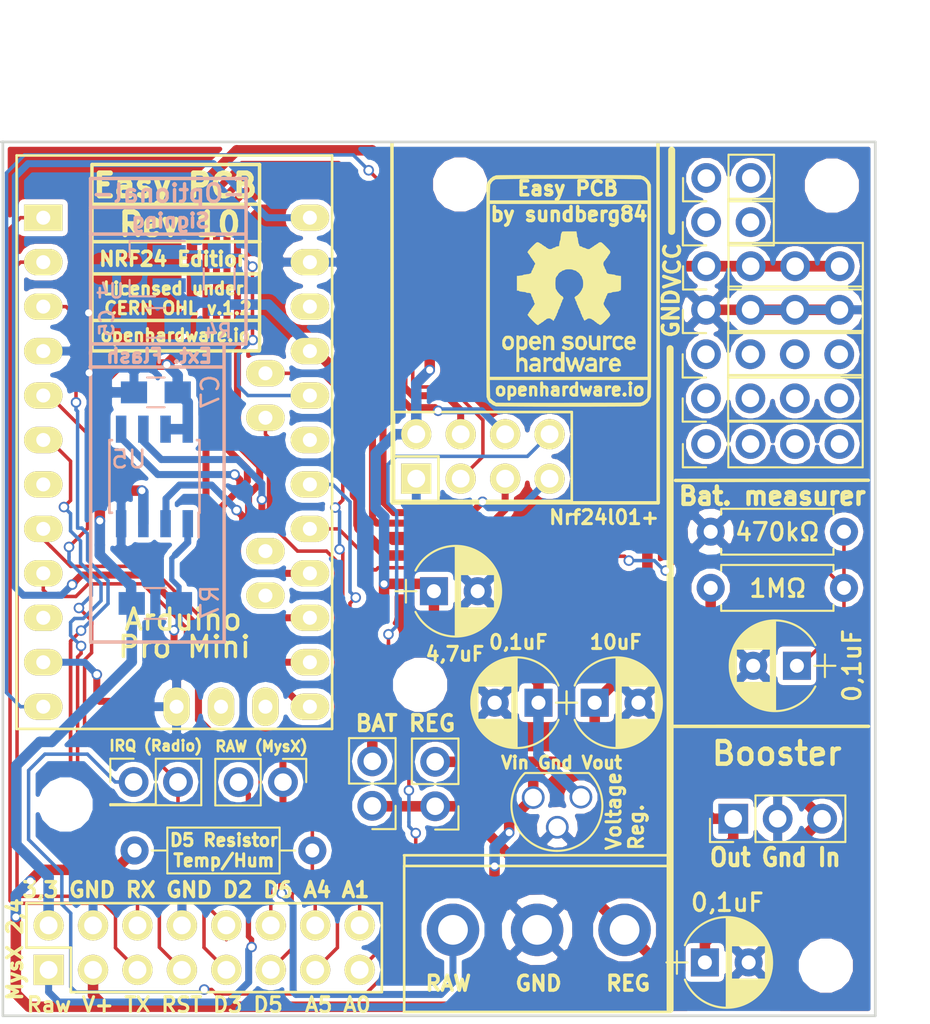
<source format=kicad_pcb>
(kicad_pcb (version 20171130) (host pcbnew 5.0.2-bee76a0~70~ubuntu18.04.1)
  (layers (0 F.Cu signal) (31 B.Cu signal) (34 B.Paste user) (35 F.Paste user) (36 B.SilkS user) (37 F.SilkS user) (38 B.Mask user) (39 F.Mask user) (44 Edge.Cuts user))
  (net 0 "")
  (net 1 +3V3)
  (net 2 GND)
  (net 3 "Net-(JP1-Pad1)")
  (net 4 RAW)
  (net 5 TX)
  (net 6 RX)
  (net 7 D3)
  (net 8 D5)
  (net 9 D6)
  (net 10 MOSI)
  (net 11 MISO)
  (net 12 SCK)
  (net 13 A0)
  (net 14 A1)
  (net 15 A4)
  (net 16 A5)
  (net 17 Reset)
  (net 18 A3)
  (net 19 Flash_CS)
  (net 20 VCC)
  (net 21 D2/IRQ)
  (net 22 CS)
  (net 23 CSN)
  (net 24 "Net-(JP3-Pad2)")
  (net 25 "Net-(JP4-Pad1)")
  (net 26 "Net-(IC1-Pad28)")
  (net 27 "Net-(IC1-Pad27)")
  (net 28 "Net-(IC1-Pad7)")
  (net 29 "Net-(IC1-Pad10)")
  (net 30 "Net-(IC1-Pad19)")
  (net 31 "Net-(IC1-Pad22)")
  (net 32 "Net-(P3-Pad1)")
  (net 33 "Net-(P6-Pad1)")
  (net 34 "Net-(P6-Pad2)")
  (net 35 "Net-(P6-Pad3)")
  (net 36 "Net-(P6-Pad4)")
  (net 37 "Net-(P7-Pad1)")
  (net 38 "Net-(P7-Pad2)")
  (net 39 "Net-(P7-Pad3)")
  (net 40 "Net-(P7-Pad4)")
  (net 41 "Net-(P8-Pad1)")
  (net 42 "Net-(P8-Pad2)")
  (net 43 "Net-(P9-Pad1)")
  (net 44 "Net-(P9-Pad2)")
  (net 45 "Net-(P10-Pad1)")
  (net 46 "Net-(P11-Pad1)")
  (net 47 "Net-(P12-Pad1)")
  (module Pin_Headers:Pin_Header_Straight_1x04_Pitch2.54mm (layer F.Cu) (at 164.84 78.87 90)
    (fp_text reference P7 hide)
    (fp_text value X7)
    (pad 1 thru_hole circle (at 0 0 90) (size 1.7 1.7) (drill 1) (layers *.Cu *.Mask) (net 37 "Net-(P7-Pad1)"))
    (pad 2 thru_hole oval (at 0 2.54 90) (size 1.7 1.7) (drill 1) (layers *.Cu *.Mask) (net 38 "Net-(P7-Pad2)"))
    (pad 3 thru_hole oval (at 0 5.08 90) (size 1.7 1.7) (drill 1) (layers *.Cu *.Mask) (net 39 "Net-(P7-Pad3)"))
    (pad 4 thru_hole oval (at 0 7.62 90) (size 1.7 1.7) (drill 1) (layers *.Cu *.Mask) (net 40 "Net-(P7-Pad4)"))
  )
  (module mysensors_connectors:MYSX_2.4 (layer F.Cu) (at 127.254 108.9152 90)
    (fp_text reference P2 hide)
    (fp_text value MYSX_2.4 hide)
    (pad 16 thru_hole oval (at 2.54 17.78 90) (size 1.7272 1.7272) (drill 1.016) (layers *.Cu *.Mask F.SilkS) (net 14 A1))
    (pad 15 thru_hole oval (at 0 17.78 90) (size 1.7272 1.7272) (drill 1.016) (layers *.Cu *.Mask F.SilkS) (net 13 A0))
    (pad 14 thru_hole oval (at 2.54 15.24 90) (size 1.7272 1.7272) (drill 1.016) (layers *.Cu *.Mask F.SilkS) (net 15 A4))
    (pad 13 thru_hole oval (at 0 15.24 90) (size 1.7272 1.7272) (drill 1.016) (layers *.Cu *.Mask F.SilkS) (net 16 A5))
    (pad 12 thru_hole oval (at 2.54 12.7 90) (size 1.7272 1.7272) (drill 1.016) (layers *.Cu *.Mask F.SilkS) (net 9 D6))
    (pad 11 thru_hole oval (at 0 12.7 90) (size 1.7272 1.7272) (drill 1.016) (layers *.Cu *.Mask F.SilkS) (net 8 D5))
    (pad 10 thru_hole oval (at 2.54 10.16 90) (size 1.7272 1.7272) (drill 1.016) (layers *.Cu *.Mask F.SilkS) (net 21 D2/IRQ))
    (pad 9 thru_hole oval (at 0 10.16 90) (size 1.7272 1.7272) (drill 1.016) (layers *.Cu *.Mask F.SilkS) (net 7 D3))
    (pad 1 thru_hole rect (at 0 0 90) (size 1.7272 1.7272) (drill 1.016) (layers *.Cu *.Mask F.SilkS) (net 24 "Net-(JP3-Pad2)"))
    (pad 2 thru_hole oval (at 2.54 0 90) (size 1.7272 1.7272) (drill 1.016) (layers *.Cu *.Mask F.SilkS) (net 1 +3V3))
    (pad 3 thru_hole oval (at 0 2.54 90) (size 1.7272 1.7272) (drill 1.016) (layers *.Cu *.Mask F.SilkS) (net 20 VCC))
    (pad 4 thru_hole oval (at 2.54 2.54 90) (size 1.7272 1.7272) (drill 1.016) (layers *.Cu *.Mask F.SilkS) (net 2 GND))
    (pad 5 thru_hole oval (at 0 5.08 90) (size 1.7272 1.7272) (drill 1.016) (layers *.Cu *.Mask F.SilkS) (net 5 TX))
    (pad 6 thru_hole oval (at 2.54 5.08 90) (size 1.7272 1.7272) (drill 1.016) (layers *.Cu *.Mask F.SilkS) (net 6 RX))
    (pad 7 thru_hole oval (at 0 7.62 90) (size 1.7272 1.7272) (drill 1.016) (layers *.Cu *.Mask F.SilkS) (net 17 Reset))
    (pad 8 thru_hole oval (at 2.54 7.62 90) (size 1.7272 1.7272) (drill 1.016) (layers *.Cu *.Mask F.SilkS) (net 2 GND))
  )
  (module mysensors_arduino:pro_mini (layer F.Cu) (at 134.5692 79.9084 270)
    (fp_text reference IC1 hide)
    (fp_text value ArduinoProMini hide)
    (pad 28 thru_hole oval (at 5.08 -5.08 270) (size 1.50114 2.19964) (drill 0.8001) (layers *.Cu *.Mask F.SilkS) (net 26 "Net-(IC1-Pad28)"))
    (pad 27 thru_hole oval (at 7.62 -5.08 270) (size 1.50114 2.19964) (drill 0.8001) (layers *.Cu *.Mask F.SilkS) (net 27 "Net-(IC1-Pad27)"))
    (pad 1 thru_hole rect (at -13.97 7.62 270) (size 1.50114 2.19964) (drill 0.8001) (layers *.Cu *.Mask F.SilkS) (net 5 TX))
    (pad 2 thru_hole oval (at -11.43 7.62 270) (size 1.50114 2.19964) (drill 0.8001) (layers *.Cu *.Mask F.SilkS) (net 6 RX))
    (pad 3 thru_hole oval (at -8.89 7.62 270) (size 1.50114 2.19964) (drill 0.8001) (layers *.Cu *.Mask F.SilkS) (net 17 Reset))
    (pad 4 thru_hole oval (at -6.35 7.62 270) (size 1.50114 2.19964) (drill 0.8001) (layers *.Cu *.Mask F.SilkS) (net 2 GND))
    (pad 5 thru_hole oval (at -3.81 7.62 270) (size 1.50114 2.19964) (drill 0.8001) (layers *.Cu *.Mask F.SilkS) (net 21 D2/IRQ))
    (pad 6 thru_hole oval (at -1.27 7.62 270) (size 1.50114 2.19964) (drill 0.8001) (layers *.Cu *.Mask F.SilkS) (net 7 D3))
    (pad 7 thru_hole oval (at 1.27 7.62 270) (size 1.50114 2.19964) (drill 0.8001) (layers *.Cu *.Mask F.SilkS) (net 28 "Net-(IC1-Pad7)"))
    (pad 8 thru_hole oval (at 3.81 7.62 270) (size 1.50114 2.19964) (drill 0.8001) (layers *.Cu *.Mask F.SilkS) (net 8 D5))
    (pad 9 thru_hole oval (at 6.35 7.62 270) (size 1.50114 2.19964) (drill 0.8001) (layers *.Cu *.Mask F.SilkS) (net 9 D6))
    (pad 10 thru_hole oval (at 8.89 7.62 270) (size 1.50114 2.19964) (drill 0.8001) (layers *.Cu *.Mask F.SilkS) (net 29 "Net-(IC1-Pad10)"))
    (pad 11 thru_hole oval (at 11.43 7.62 270) (size 1.50114 2.19964) (drill 0.8001) (layers *.Cu *.Mask F.SilkS) (net 19 Flash_CS))
    (pad 12 thru_hole oval (at 13.97 7.62 270) (size 1.50114 2.19964) (drill 0.8001) (layers *.Cu *.Mask F.SilkS) (net 22 CS))
    (pad 13 thru_hole oval (at 13.97 -7.62 270) (size 1.50114 2.19964) (drill 0.8001) (layers *.Cu *.Mask F.SilkS) (net 23 CSN))
    (pad 14 thru_hole oval (at 11.43 -7.62 270) (size 1.50114 2.19964) (drill 0.8001) (layers *.Cu *.Mask F.SilkS) (net 10 MOSI))
    (pad 15 thru_hole oval (at 8.89 -7.62 270) (size 1.50114 2.19964) (drill 0.8001) (layers *.Cu *.Mask F.SilkS) (net 11 MISO))
    (pad 16 thru_hole oval (at 6.35 -7.62 270) (size 1.50114 2.19964) (drill 0.8001) (layers *.Cu *.Mask F.SilkS) (net 12 SCK))
    (pad 17 thru_hole oval (at 3.81 -7.62 270) (size 1.50114 2.19964) (drill 0.8001) (layers *.Cu *.Mask F.SilkS) (net 13 A0))
    (pad 18 thru_hole oval (at 1.27 -7.62 270) (size 1.50114 2.19964) (drill 0.8001) (layers *.Cu *.Mask F.SilkS) (net 14 A1))
    (pad 19 thru_hole oval (at -1.27 -7.62 270) (size 1.50114 2.19964) (drill 0.8001) (layers *.Cu *.Mask F.SilkS) (net 30 "Net-(IC1-Pad19)"))
    (pad 20 thru_hole oval (at -3.81 -7.62 270) (size 1.50114 2.19964) (drill 0.8001) (layers *.Cu *.Mask F.SilkS) (net 18 A3))
    (pad 21 thru_hole oval (at -6.35 -7.62 270) (size 1.50114 2.19964) (drill 0.8001) (layers *.Cu *.Mask F.SilkS) (net 20 VCC))
    (pad 22 thru_hole oval (at -8.89 -7.62 270) (size 1.50114 2.19964) (drill 0.8001) (layers *.Cu *.Mask F.SilkS) (net 31 "Net-(IC1-Pad22)"))
    (pad 23 thru_hole oval (at -11.43 -7.62 270) (size 1.50114 2.19964) (drill 0.8001) (layers *.Cu *.Mask F.SilkS) (net 2 GND))
    (pad 24 thru_hole oval (at -13.97 -7.62 270) (size 1.50114 2.19964) (drill 0.8001) (layers *.Cu *.Mask F.SilkS) (net 4 RAW))
    (pad 25 thru_hole oval (at -2.54 -5.08 270) (size 1.50114 2.19964) (drill 0.8001) (layers *.Cu *.Mask F.SilkS) (net 15 A4))
    (pad 26 thru_hole oval (at -5.08 -5.08 270) (size 1.50114 2.19964) (drill 0.8001) (layers *.Cu *.Mask F.SilkS) (net 16 A5))
    (pad 30 thru_hole oval (at 13.97 -5.08 270) (size 2.19964 1.50114) (drill 0.8001) (layers *.Cu *.Mask F.SilkS))
    (pad 31 thru_hole oval (at 13.97 -2.54 270) (size 2.19964 1.50114) (drill 0.8001) (layers *.Cu *.Mask F.SilkS))
    (pad 29 thru_hole oval (at 13.97 0 270) (size 2.19964 1.50114) (drill 0.8001) (layers *.Cu *.Mask F.SilkS) (net 2 GND))
  )
  (module Mounting_Holes:MountingHole_2.5mm (layer F.Cu) (at 150.7744 64.03848)
    (fp_text reference P3 hide)
    (fp_text value Mount_Hole)
    (pad 1 np_thru_hole circle (at 0 0) (size 2.5 2.5) (drill 2.5) (layers *.Cu *.Mask) (net 32 "Net-(P3-Pad1)"))
  )
  (module Resistors_ThroughHole:R_Axial_DIN0207_L6.3mm_D2.5mm_P10.16mm_Horizontal (layer F.Cu) (at 132.1689 102.0953)
    (fp_text reference R1 hide)
    (fp_text value R hide)
    (pad 1 thru_hole circle (at 0 0) (size 1.6 1.6) (drill 0.8) (layers *.Cu *.Mask) (net 20 VCC))
    (pad 2 thru_hole oval (at 10.16 0) (size 1.6 1.6) (drill 0.8) (layers *.Cu *.Mask) (net 8 D5))
  )
  (module Resistors_ThroughHole:R_Axial_DIN0207_L6.3mm_D2.5mm_P7.62mm_Horizontal (layer F.Cu) (at 165.1 87.09)
    (fp_text reference R3 hide)
    (fp_text value 1M hide)
    (pad 1 thru_hole circle (at 0 0) (size 1.6 1.6) (drill 0.8) (layers *.Cu *.Mask) (net 3 "Net-(JP1-Pad1)"))
    (pad 2 thru_hole oval (at 7.62 0) (size 1.6 1.6) (drill 0.8) (layers *.Cu *.Mask) (net 13 A0))
  )
  (module Capacitors_ThroughHole:CP_Radial_D5.0mm_P2.50mm (layer F.Cu) (at 155.2556 93.6498 180)
    (fp_text reference C3 hide)
    (fp_text value C hide)
    (pad 1 thru_hole rect (at 0 0 180) (size 1.6 1.6) (drill 0.8) (layers *.Cu *.Mask) (net 1 +3V3))
    (pad 2 thru_hole circle (at 2.5 0 180) (size 1.6 1.6) (drill 0.8) (layers *.Cu *.Mask) (net 2 GND))
  )
  (module Capacitors_ThroughHole:CP_Radial_D5.0mm_P2.50mm (layer F.Cu) (at 158.4706 93.6498)
    (fp_text reference C2 hide)
    (fp_text value 10uF)
    (pad 1 thru_hole rect (at 0 0) (size 1.6 1.6) (drill 0.8) (layers *.Cu *.Mask) (net 20 VCC))
    (pad 2 thru_hole circle (at 2.5 0) (size 1.6 1.6) (drill 0.8) (layers *.Cu *.Mask) (net 2 GND))
  )
  (module Pin_Headers:Pin_Header_Straight_1x02_Pitch2.54mm (layer F.Cu) (at 149.352 99.568 180)
    (fp_text reference JP1 hide)
    (fp_text value REG hide)
    (pad 1 thru_hole oval (at 0 0 180) (size 1.7 1.7) (drill 1) (layers *.Cu *.Mask) (net 3 "Net-(JP1-Pad1)"))
    (pad 2 thru_hole oval (at 0 2.54 180) (size 1.7 1.7) (drill 1) (layers *.Cu *.Mask) (net 20 VCC))
  )
  (module Pin_Headers:Pin_Header_Straight_1x02_Pitch2.54mm (layer F.Cu) (at 145.7579 99.5426 180)
    (fp_text reference JP2 hide)
    (fp_text value BAT hide)
    (pad 1 thru_hole circle (at 0 0 180) (size 1.7 1.7) (drill 1) (layers *.Cu *.Mask) (net 3 "Net-(JP1-Pad1)"))
    (pad 2 thru_hole oval (at 0 2.54 180) (size 1.7 1.7) (drill 1) (layers *.Cu *.Mask) (net 1 +3V3))
  )
  (module Pin_Headers:Pin_Header_Straight_1x02_Pitch2.54mm (layer F.Cu) (at 140.65 98.19 270)
    (fp_text reference JP3 hide)
    (fp_text value RAW hide)
    (pad 1 thru_hole oval (at 0 0 270) (size 1.7 1.7) (drill 1) (layers *.Cu *.Mask) (net 4 RAW))
    (pad 2 thru_hole oval (at 0 2.54 270) (size 1.7 1.7) (drill 1) (layers *.Cu *.Mask) (net 24 "Net-(JP3-Pad2)"))
  )
  (module Pin_Headers:Pin_Header_Straight_1x03_Pitch2.54mm (layer F.Cu) (at 166.39 100.28 90)
    (fp_text reference U1 hide)
    (fp_text value DC/DCBooster hide)
    (pad 1 thru_hole rect (at 0 0 90) (size 1.7 1.7) (drill 1) (layers *.Cu *.Mask) (net 20 VCC))
    (pad 2 thru_hole oval (at 0 2.54 90) (size 1.7 1.7) (drill 1) (layers *.Cu *.Mask) (net 2 GND))
    (pad 3 thru_hole oval (at 0 5.08 90) (size 1.7 1.7) (drill 1) (layers *.Cu *.Mask) (net 3 "Net-(JP1-Pad1)"))
  )
  (module Capacitors_ThroughHole:CP_Radial_D5.0mm_P2.50mm (layer F.Cu) (at 164.77 108.49)
    (fp_text reference C1 hide)
    (fp_text value 0,1uF hide)
    (pad 1 thru_hole rect (at 0 0) (size 1.6 1.6) (drill 0.8) (layers *.Cu *.Mask) (net 20 VCC))
    (pad 2 thru_hole circle (at 2.5 0) (size 1.6 1.6) (drill 0.8) (layers *.Cu *.Mask) (net 2 GND))
  )
  (module Pin_Headers:Pin_Header_Straight_1x04_Pitch2.54mm (layer F.Cu) (at 164.85 68.71 90)
    (fp_text reference P4 hide)
    (fp_text value X4)
    (pad 1 thru_hole circle (at 0 0 90) (size 1.7 1.7) (drill 1) (layers *.Cu *.Mask) (net 20 VCC))
    (pad 2 thru_hole oval (at 0 2.54 90) (size 1.7 1.7) (drill 1) (layers *.Cu *.Mask) (net 20 VCC))
    (pad 3 thru_hole oval (at 0 5.08 90) (size 1.7 1.7) (drill 1) (layers *.Cu *.Mask) (net 20 VCC))
    (pad 4 thru_hole oval (at 0 7.62 90) (size 1.7 1.7) (drill 1) (layers *.Cu *.Mask) (net 20 VCC))
  )
  (module Pin_Headers:Pin_Header_Straight_1x04_Pitch2.54mm (layer F.Cu) (at 164.84 71.2 90)
    (fp_text reference P5 hide)
    (fp_text value X5)
    (pad 1 thru_hole circle (at 0 0 90) (size 1.7 1.7) (drill 1) (layers *.Cu *.Mask) (net 2 GND))
    (pad 2 thru_hole oval (at 0 2.54 90) (size 1.7 1.7) (drill 1) (layers *.Cu *.Mask) (net 2 GND))
    (pad 3 thru_hole oval (at 0 5.08 90) (size 1.7 1.7) (drill 1) (layers *.Cu *.Mask) (net 2 GND))
    (pad 4 thru_hole oval (at 0 7.62 90) (size 1.7 1.7) (drill 1) (layers *.Cu *.Mask) (net 2 GND))
  )
  (module Pin_Headers:Pin_Header_Straight_1x04_Pitch2.54mm (layer F.Cu) (at 164.83 76.26 90)
    (fp_text reference P7 hide)
    (fp_text value X7)
    (pad 1 thru_hole circle (at 0 0 90) (size 1.7 1.7) (drill 1) (layers *.Cu *.Mask))
    (pad 2 thru_hole oval (at 0 2.54 90) (size 1.7 1.7) (drill 1) (layers *.Cu *.Mask))
    (pad 3 thru_hole oval (at 0 5.08 90) (size 1.7 1.7) (drill 1) (layers *.Cu *.Mask))
    (pad 4 thru_hole oval (at 0 7.62 90) (size 1.7 1.7) (drill 1) (layers *.Cu *.Mask))
  )
  (module Pin_Headers:Pin_Header_Straight_1x04_Pitch2.54mm (layer F.Cu) (at 164.83 73.74 90)
    (fp_text reference P6 hide)
    (fp_text value X6)
    (pad 1 thru_hole circle (at 0 0 90) (size 1.7 1.7) (drill 1) (layers *.Cu *.Mask) (net 33 "Net-(P6-Pad1)"))
    (pad 2 thru_hole oval (at 0 2.54 90) (size 1.7 1.7) (drill 1) (layers *.Cu *.Mask) (net 34 "Net-(P6-Pad2)"))
    (pad 3 thru_hole oval (at 0 5.08 90) (size 1.7 1.7) (drill 1) (layers *.Cu *.Mask) (net 35 "Net-(P6-Pad3)"))
    (pad 4 thru_hole oval (at 0 7.62 90) (size 1.7 1.7) (drill 1) (layers *.Cu *.Mask) (net 36 "Net-(P6-Pad4)"))
  )
  (module Pin_Headers:Pin_Header_Straight_1x02_Pitch2.54mm (layer F.Cu) (at 164.85 63.67 90)
    (fp_text reference P9 hide)
    (fp_text value X9)
    (pad 1 thru_hole circle (at 0 0 90) (size 1.7 1.7) (drill 1) (layers *.Cu *.Mask) (net 43 "Net-(P9-Pad1)"))
    (pad 2 thru_hole oval (at 0 2.54 90) (size 1.7 1.7) (drill 1) (layers *.Cu *.Mask) (net 44 "Net-(P9-Pad2)"))
  )
  (module ASKicadLib:3_block_Screw_Terminal (layer F.Cu) (at 155.178 106.6292 180)
    (fp_text reference P1 hide)
    (fp_text value Power hide)
    (pad 3 thru_hole circle (at 4.81 0 180) (size 3 3) (drill 1.7) (layers *.Cu *.Mask) (net 4 RAW))
    (pad 1 thru_hole circle (at -5 0 180) (size 3 3) (drill 1.7) (layers *.Cu *.Mask) (net 3 "Net-(JP1-Pad1)"))
    (pad 2 thru_hole circle (at 0 0 180) (size 3 3) (drill 1.7) (layers *.Cu *.Mask) (net 2 GND))
  )
  (module Resistors_ThroughHole:R_Axial_DIN0207_L6.3mm_D2.5mm_P7.62mm_Horizontal (layer F.Cu) (at 165.1 83.88)
    (fp_text reference R2 hide)
    (fp_text value 470k hide)
    (pad 1 thru_hole circle (at 0 0) (size 1.6 1.6) (drill 0.8) (layers *.Cu *.Mask) (net 2 GND))
    (pad 2 thru_hole oval (at 7.62 0) (size 1.6 1.6) (drill 0.8) (layers *.Cu *.Mask) (net 13 A0))
  )
  (module Capacitors_SMD:C_0805_HandSoldering (layer B.Cu) (at 133.37376 71.94912 180)
    (fp_text reference C5 (at 2.79 0 270) (layer B.SilkS) (effects (font (size 0.8 0.8)) (justify mirror)))
    (fp_text value 0,1uF)
    (pad 1 smd rect (at -1.25 0 180) (size 1.5 1.25) (layers B.Cu B.Paste B.Mask) (net 20 VCC))
    (pad 2 smd rect (at 1.25 0 180) (size 1.5 1.25) (layers B.Cu B.Paste B.Mask) (net 2 GND))
  )
  (module Resistors_SMD:R_0805_HandSoldering (layer B.Cu) (at 137.00376 69.43912 270)
    (fp_text reference R4 (at 2.972 0.062) (layer B.SilkS) (effects (font (size 0.8 0.8)) (justify mirror)))
    (fp_text value 10k)
    (pad 1 smd rect (at -1.35 0 270) (size 1.5 1.3) (layers B.Cu B.Paste B.Mask) (net 18 A3))
    (pad 2 smd rect (at 1.35 0 270) (size 1.5 1.3) (layers B.Cu B.Paste B.Mask) (net 20 VCC))
  )
  (module TO_SOT_Packages_SMD:SOT-23_Handsoldering (layer B.Cu) (at 132.64376 68.84912 180)
    (fp_text reference U4 (at 1.891 -1.277 180) (layer B.SilkS) (effects (font (size 0.8 0.8)) (justify mirror)))
    (fp_text value ATSHA204A)
    (pad 1 smd rect (at -1.5 0.95 180) (size 1.9 0.8) (layers B.Cu B.Paste B.Mask) (net 18 A3))
    (pad 2 smd rect (at -1.5 -0.95 180) (size 1.9 0.8) (layers B.Cu B.Paste B.Mask) (net 20 VCC))
    (pad 3 smd rect (at 1.5 0 180) (size 1.9 0.8) (layers B.Cu B.Paste B.Mask) (net 2 GND))
  )
  (module Capacitors_ThroughHole:CP_Radial_D5.0mm_P2.50mm (layer F.Cu) (at 170.03 91.54 180)
    (fp_text reference C4 hide)
    (fp_text value C hide)
    (pad 1 thru_hole rect (at 0 0 180) (size 1.6 1.6) (drill 0.8) (layers *.Cu *.Mask) (net 13 A0))
    (pad 2 thru_hole circle (at 2.5 0 180) (size 1.6 1.6) (drill 0.8) (layers *.Cu *.Mask) (net 2 GND))
  )
  (module Capacitors_SMD:C_0805_HandSoldering (layer B.Cu) (at 133.38376 75.91912 180)
    (fp_text reference C7 (at -3.11 0.03 270) (layer B.SilkS) (effects (justify mirror)))
    (fp_text value 0,1uF)
    (pad 1 smd rect (at -1.25 0 180) (size 1.5 1.25) (layers B.Cu B.Paste B.Mask) (net 1 +3V3))
    (pad 2 smd rect (at 1.25 0 180) (size 1.5 1.25) (layers B.Cu B.Paste B.Mask) (net 2 GND))
  )
  (module Resistors_SMD:R_0805_HandSoldering (layer B.Cu) (at 133.35634 87.97798 180)
    (fp_text reference R7 (at -3.11 0.07 90) (layer B.SilkS) (effects (justify mirror)))
    (fp_text value 10k)
    (pad 1 smd rect (at -1.35 0 180) (size 1.5 1.3) (layers B.Cu B.Paste B.Mask) (net 19 Flash_CS))
    (pad 2 smd rect (at 1.35 0 180) (size 1.5 1.3) (layers B.Cu B.Paste B.Mask) (net 1 +3V3))
  )
  (module Housings_SOIC:SOIC-8_3.9x4.9mm_Pitch1.27mm (layer B.Cu) (at 133.30428 80.72122 90)
    (fp_text reference U5 (at 0.98 -1.465 180) (layer B.SilkS) (effects (justify mirror)))
    (fp_text value AT25DF512C)
    (pad 1 smd rect (at -2.7 1.905 90) (size 1.55 0.6) (layers B.Cu B.Paste B.Mask) (net 19 Flash_CS))
    (pad 2 smd rect (at -2.7 0.635 90) (size 1.55 0.6) (layers B.Cu B.Paste B.Mask) (net 11 MISO))
    (pad 3 smd rect (at -2.7 -0.635 90) (size 1.55 0.6) (layers B.Cu B.Paste B.Mask) (net 1 +3V3))
    (pad 4 smd rect (at -2.7 -1.905 90) (size 1.55 0.6) (layers B.Cu B.Paste B.Mask) (net 2 GND))
    (pad 5 smd rect (at 2.7 -1.905 90) (size 1.55 0.6) (layers B.Cu B.Paste B.Mask) (net 10 MOSI))
    (pad 6 smd rect (at 2.7 -0.635 90) (size 1.55 0.6) (layers B.Cu B.Paste B.Mask) (net 12 SCK))
    (pad 7 smd rect (at 2.7 0.635 90) (size 1.55 0.6) (layers B.Cu B.Paste B.Mask) (net 1 +3V3))
    (pad 8 smd rect (at 2.7 1.905 90) (size 1.55 0.6) (layers B.Cu B.Paste B.Mask) (net 1 +3V3))
  )
  (module Mounting_Holes:MountingHole_2.5mm (layer F.Cu) (at 128.2192 99.4664)
    (fp_text reference P3 hide)
    (fp_text value Mount_Hole hide)
    (pad 1 np_thru_hole circle (at 0 0) (size 2.5 2.5) (drill 2.5) (layers *.Cu *.Mask))
  )
  (module Mounting_Holes:MountingHole_2.5mm (layer F.Cu) (at 171.68622 108.67644)
    (fp_text reference P10 hide)
    (fp_text value Mount_Hole)
    (pad 1 np_thru_hole circle (at 0 0) (size 2.5 2.5) (drill 2.5) (layers *.Cu *.Mask) (net 45 "Net-(P10-Pad1)"))
  )
  (module Mounting_Holes:MountingHole_2.5mm (layer F.Cu) (at 172.03 64.1)
    (fp_text reference P11 hide)
    (fp_text value Mount_Hole)
    (pad 1 np_thru_hole circle (at 0 0) (size 2.5 2.5) (drill 2.5) (layers *.Cu *.Mask) (net 46 "Net-(P11-Pad1)"))
  )
  (module ASKicadLib:TO-92_LE33_Andreas (layer F.Cu) (at 157.5816 99.5172 180)
    (fp_text reference U2 hide)
    (fp_text value LE33)
    (pad 2 thru_hole circle (at 1.25 -1.25 270) (size 1.3 1.3) (drill 1) (layers *.Cu *.Mask) (net 2 GND))
    (pad 3 thru_hole circle (at 2.625 0.45 270) (size 1.3 1.3) (drill 1) (layers *.Cu *.Mask) (net 20 VCC))
    (pad 1 thru_hole circle (at -0.1 0.475 270) (size 1.3 1.3) (drill 1) (layers *.Cu *.Mask) (net 1 +3V3))
  )
  (module Pin_Headers:Pin_Header_Straight_1x02_Pitch2.54mm (layer F.Cu) (at 164.84 66.19 90)
    (fp_text reference P8 hide)
    (fp_text value X9)
    (pad 1 thru_hole circle (at 0 0 90) (size 1.7 1.7) (drill 1) (layers *.Cu *.Mask) (net 41 "Net-(P8-Pad1)"))
    (pad 2 thru_hole oval (at 0 2.54 90) (size 1.7 1.7) (drill 1) (layers *.Cu *.Mask) (net 42 "Net-(P8-Pad2)"))
  )
  (module Capacitors_ThroughHole:CP_Radial_D5.0mm_P2.50mm (layer F.Cu) (at 149.28 87.28)
    (fp_text reference C6 (at 2.02 -1.62) (layer F.SilkS) (effects (font (size 0.3 0.3) (thickness 0.075))))
    (fp_text value 4,7uF)
    (pad 1 thru_hole rect (at 0 0) (size 1.6 1.6) (drill 0.8) (layers *.Cu *.Mask) (net 1 +3V3))
    (pad 2 thru_hole circle (at 2.5 0) (size 1.6 1.6) (drill 0.8) (layers *.Cu *.Mask) (net 2 GND))
  )
  (module Pin_Headers:Pin_Header_Straight_2x01_Pitch2.54mm (layer F.Cu) (at 132.11 98.18)
    (fp_text reference JP4 hide)
    (fp_text value JUMPER hide)
    (pad 1 thru_hole oval (at 0 0) (size 1.7 1.7) (drill 1) (layers *.Cu *.Mask) (net 25 "Net-(JP4-Pad1)"))
    (pad 2 thru_hole oval (at 2.54 0) (size 1.7 1.7) (drill 1) (layers *.Cu *.Mask) (net 21 D2/IRQ))
  )
  (module Mounting_Holes:MountingHole_2.5mm (layer F.Cu) (at 148.49 92.63)
    (fp_text reference P12 hide)
    (fp_text value Mount_Hole)
    (pad 1 np_thru_hole circle (at 0 0) (size 2.5 2.5) (drill 2.5) (layers *.Cu *.Mask) (net 47 "Net-(P12-Pad1)"))
  )
  (module mysensors_radios:NRF24L01 (layer F.Cu) (at 146.746 82.374 180)
    (fp_text reference U3 hide)
    (fp_text value NRF24L01 hide)
    (pad 7 thru_hole oval (at -9.144 1.524 180) (size 1.7272 1.7272) (drill 1.016) (layers *.Cu *.Mask F.SilkS) (net 11 MISO))
    (pad 8 thru_hole oval (at -9.144 4.064 180) (size 1.7272 1.7272) (drill 1.016) (layers *.Cu *.Mask F.SilkS) (net 25 "Net-(JP4-Pad1)"))
    (pad 5 thru_hole oval (at -6.604 1.524 180) (size 1.7272 1.7272) (drill 1.016) (layers *.Cu *.Mask F.SilkS) (net 12 SCK))
    (pad 6 thru_hole oval (at -6.604 4.064 180) (size 1.7272 1.7272) (drill 1.016) (layers *.Cu *.Mask F.SilkS) (net 10 MOSI))
    (pad 3 thru_hole oval (at -4.064 1.524 180) (size 1.7272 1.7272) (drill 1.016) (layers *.Cu *.Mask F.SilkS) (net 22 CS))
    (pad 4 thru_hole oval (at -4.064 4.064 180) (size 1.7272 1.7272) (drill 1.016) (layers *.Cu *.Mask F.SilkS) (net 23 CSN))
    (pad 1 thru_hole rect (at -1.524 1.524 180) (size 1.7272 1.7272) (drill 1.016) (layers *.Cu *.Mask F.SilkS) (net 2 GND))
    (pad 2 thru_hole oval (at -1.524 4.064 180) (size 1.7272 1.7272) (drill 1.016) (layers *.Cu *.Mask F.SilkS) (net 1 +3V3))
  )
  (module graphicslogo:OpenSourceLogo_1000x1000_neg (layer F.Cu) (at 156.972 70.104)
    (fp_text reference G*** hide)
    (fp_text value LOGO hide)
  )
  (gr_text Nrf24l01+ (at 159.004 83.058) (layer F.SilkS) (effects (font (size 0.8 0.8) (thickness 0.175))))
  (gr_line (start 146.88 61.67) (end 146.9 82.23) (layer F.SilkS) (width 0.2))
  (gr_line (start 162.09 61.73) (end 162.1 82.23) (layer F.SilkS) (width 0.2))
  (gr_text 4,7uF (at 150.48 90.87) (layer F.SilkS) (effects (font (size 0.8 0.8) (thickness 0.175))))
  (gr_text "IRQ (Radio)" (at 133.38 96.11) (layer F.SilkS) (effects (font (size 0.6 0.6))))
  (gr_text "MysX 2,4" (at 125.32868 107.7468 90) (layer F.SilkS) (effects (font (size 0.85 0.85) (thickness 0.2))))
  (gr_text Arduino (at 134.94512 88.9) (layer F.SilkS) (effects (font (size 1.2 1.2) (thickness 0.2))))
  (gr_line (start 162.1 82.23) (end 146.9 82.23) (layer F.SilkS) (width 0.2))
  (gr_text "Ext. Flash" (at 133.57376 73.83912) (layer B.SilkS) (effects (font (size 0.8 0.8) (thickness 0.2)) (justify mirror)))
  (gr_line (start 129.62376 74.46912) (end 137.26376 74.46912) (layer B.SilkS) (width 0.2))
  (gr_line (start 129.65938 90.1827) (end 137.29938 90.1827) (layer B.SilkS) (width 0.2))
  (gr_line (start 137.28376 73.15912) (end 137.28954 90.15984) (layer B.SilkS) (width 0.2))
  (gr_line (start 129.66376 73.14912) (end 138.53376 73.14912) (layer B.SilkS) (width 0.2))
  (gr_text Signing (at 134.22376 66.11112) (layer B.SilkS) (effects (font (size 0.8 0.8) (thickness 0.2)) (justify mirror)))
  (gr_line (start 129.65176 65.34912) (end 138.54176 65.34912) (layer B.SilkS) (width 0.2))
  (gr_text "-Optional-\n" (at 134.09676 64.54912) (layer B.SilkS) (effects (font (size 1 1) (thickness 0.2)) (justify mirror)))
  (gr_line (start 138.54176 63.69812) (end 138.54176 65.47612) (layer B.SilkS) (width 0.2))
  (gr_line (start 129.65176 63.69812) (end 138.54176 63.69812) (layer B.SilkS) (width 0.2))
  (gr_line (start 129.65176 65.47612) (end 129.65176 63.69812) (layer B.SilkS) (width 0.2))
  (gr_line (start 138.54176 65.47612) (end 138.54176 66.74612) (layer B.SilkS) (width 0.2))
  (gr_line (start 129.65176 66.74612) (end 129.65176 65.47612) (layer B.SilkS) (width 0.2))
  (gr_line (start 129.65176 73.73112) (end 129.65176 73.60412) (layer B.SilkS) (width 0.2))
  (gr_line (start 138.54176 66.74612) (end 138.53376 73.14912) (layer B.SilkS) (width 0.2))
  (gr_line (start 129.65176 66.87312) (end 138.54176 66.87312) (layer B.SilkS) (width 0.2))
  (gr_line (start 129.65938 90.2081) (end 129.65176 66.74612) (layer B.SilkS) (width 0.2))
  (gr_text 10uF (at 159.67 90.19) (layer F.SilkS) (effects (font (size 0.8 0.8) (thickness 0.175))))
  (gr_text 0,1uF (at 154.1 90.19) (layer F.SilkS) (effects (font (size 0.8 0.8) (thickness 0.175))))
  (gr_text "Voltage \nReg." (at 160.20034 102.16642 90) (layer F.SilkS) (effects (font (size 0.8 0.8) (thickness 0.175)) (justify left)))
  (gr_text 0,1uF (at 166.05 105.07) (layer F.SilkS) (effects (font (size 1 1) (thickness 0.175))))
  (gr_text "0,1uF\n" (at 173.18 91.53 90) (layer F.SilkS) (effects (font (size 1 1) (thickness 0.175))))
  (gr_text "1MΩ\n" (at 168.94 87.12) (layer F.SilkS) (effects (font (size 1 1) (thickness 0.175))))
  (gr_text "470kΩ\n" (at 168.91 83.9) (layer F.SilkS) (effects (font (size 1 1) (thickness 0.175))))
  (gr_text "D5 Resistor" (at 137.27176 101.50348) (layer F.SilkS) (effects (font (size 0.7 0.7) (thickness 0.175))))
  (gr_text "Out Gnd In" (at 168.79 102.49) (layer F.SilkS) (effects (font (size 1 0.9) (thickness 0.225))))
  (gr_line (start 162.78 111.18) (end 162.78 73.42) (angle 90) (layer F.SilkS) (width 0.4))
  (gr_line (start 162.87 62.08) (end 162.87 66.72) (angle 90) (layer F.SilkS) (width 0.4))
  (gr_text GND (at 162.83 71.4 90) (layer F.SilkS) (effects (font (size 0.9 0.9) (thickness 0.2))))
  (gr_text VCC (at 162.91 68.69 90) (layer F.SilkS) (effects (font (size 0.9 0.9) (thickness 0.2))))
  (gr_text "Vin Gnd Vout" (at 156.57322 97.0788) (layer F.SilkS) (effects (font (size 0.7 0.7) (thickness 0.175))))
  (gr_text "BAT REG  " (at 148.336 94.8309) (layer F.SilkS) (effects (font (size 0.9 0.9) (thickness 0.2))))
  (gr_text "RAW    GND    REG\n" (at 155.22 109.69) (layer F.SilkS) (effects (font (size 0.85 0.85) (thickness 0.2))))
  (gr_text "Pro Mini" (at 135.01624 90.4621) (layer F.SilkS) (effects (font (size 1.2 1.2) (thickness 0.2))))
  (gr_line (start 139.2918 73.549) (end 129.7618 73.549) (angle 90) (layer F.SilkS) (width 0.2))
  (gr_text openhardware.io (at 134.5018 72.659) (layer F.SilkS) (effects (font (size 0.7 0.7) (thickness 0.175))))
  (gr_text openhardware.io (at 157.04 75.76) (layer F.SilkS) (effects (font (size 0.7 0.7) (thickness 0.175))))
  (gr_text "by sundberg84" (at 157 65.74) (layer F.SilkS) (effects (font (size 0.8 0.8) (thickness 0.2))))
  (gr_text "Easy PCB" (at 156.93 64.27) (layer F.SilkS) (effects (font (size 0.8 0.8) (thickness 0.2))))
  (gr_line (start 139.2418 71.809) (end 129.7118 71.809) (angle 90) (layer F.SilkS) (width 0.2))
  (gr_text "Licensed under \nCERN OHL v.1.2" (at 134.6518 70.549) (layer F.SilkS) (effects (font (size 0.7 0.7) (thickness 0.175))))
  (gr_line (start 139.2718 69.149) (end 129.7418 69.149) (angle 90) (layer F.SilkS) (width 0.2))
  (gr_text "NRF24 Edition" (at 134.4518 68.299) (layer F.SilkS) (effects (font (size 0.8 0.8) (thickness 0.2))))
  (gr_line (start 139.3118 62.899) (end 139.3118 73.489) (angle 90) (layer F.SilkS) (width 0.2))
  (gr_line (start 129.7318 62.899) (end 129.7318 73.549) (angle 90) (layer F.SilkS) (width 0.2))
  (gr_text "Rev 10" (at 134.747 66.3194) (layer F.SilkS) (effects (font (size 1.3 1.3) (thickness 0.3))))
  (gr_line (start 139.3318 67.309) (end 129.8018 67.309) (angle 90) (layer F.SilkS) (width 0.2))
  (gr_text "Easy PCB" (at 134.4918 64.099) (layer F.SilkS) (effects (font (size 1.3 1.3) (thickness 0.3))))
  (gr_line (start 139.3118 65.169) (end 129.7818 65.169) (angle 90) (layer F.SilkS) (width 0.2))
  (gr_line (start 129.7518 62.899) (end 139.3118 62.899) (angle 90) (layer F.SilkS) (width 0.2))
  (gr_text "RAW (MysX)" (at 139.42 96.15) (layer F.SilkS) (effects (font (size 0.6 0.6))))
  (gr_text "3,3 GND RX GND D2 D6 A4 A1" (at 135.67156 104.3432) (layer F.SilkS) (effects (font (size 0.85 0.85) (thickness 0.2))))
  (gr_text "Raw V+ TX RST D3 D5  A5 A0\n" (at 135.83412 110.91418) (layer F.SilkS) (effects (font (size 0.85 0.85) (thickness 0.175))))
  (gr_line (start 162.93036 95.00164) (end 174.12 95) (angle 90) (layer F.SilkS) (width 0.2))
  (gr_text "Bat. measurer" (at 168.62 81.84) (layer F.SilkS) (effects (font (size 1 1) (thickness 0.25))))
  (gr_text Temp/Hum (at 137.27176 102.6668) (layer F.SilkS) (effects (font (size 0.7 0.7) (thickness 0.175))))
  (gr_text Booster (at 168.88 96.55) (layer F.SilkS) (effects (font (size 1.3 1.3) (thickness 0.25))))
  (gr_line (start 163.09 80.95) (end 174.10898 80.93912) (angle 90) (layer F.SilkS) (width 0.2))
  (gr_line (start 124.64 111.54) (end 124.64 61.6) (angle 90) (layer Edge.Cuts) (width 0.15))
  (gr_line (start 174.51 111.54) (end 124.64 111.54) (angle 90) (layer Edge.Cuts) (width 0.15))
  (gr_line (start 174.51 61.61) (end 174.51 111.54) (angle 90) (layer Edge.Cuts) (width 0.15))
  (gr_line (start 124.55 61.61) (end 174.51 61.61) (angle 90) (layer Edge.Cuts) (width 0.15))
  (segment (start 167.39 88.71) (end 167.4 88.72) (width 0.2) (layer F.Cu) (net 0))
  (segment (start 148.27 78.31) (end 148.27 75.41) (width 0.6) (layer B.Cu) (net 1))
  (segment (start 148.27 75.41) (end 149.04 74.64) (width 0.6) (layer B.Cu) (net 1))
  (segment (start 148.575056 71.543931) (end 149.04 72.008875) (width 0.6) (layer F.Cu) (net 1))
  (segment (start 149.04 72.008875) (end 149.04 74.64) (width 0.6) (layer F.Cu) (net 1))
  (via (at 149.04 74.64) (size 0.6) (drill 0.4) (layers F.Cu B.Cu) (net 1))
  (segment (start 146.45 83.029962) (end 146.43 83.049962) (width 0.6) (layer B.Cu) (net 1))
  (segment (start 146.43 83.049962) (end 146.43 86.86) (width 0.6) (layer B.Cu) (net 1))
  (segment (start 148.27 78.31) (end 147.048686 78.31) (width 0.6) (layer B.Cu) (net 1))
  (segment (start 147.048686 78.31) (end 145.94999 79.408696) (width 0.6) (layer B.Cu) (net 1))
  (segment (start 145.94999 79.408696) (end 145.94999 82.529952) (width 0.6) (layer B.Cu) (net 1))
  (segment (start 145.94999 82.529952) (end 146.45 83.029962) (width 0.6) (layer B.Cu) (net 1))
  (segment (start 155.2556 93.6498) (end 155.2556 92.5176) (width 0.6) (layer F.Cu) (net 1))
  (segment (start 155.2556 92.5176) (end 154.432 91.694) (width 0.6) (layer F.Cu) (net 1))
  (segment (start 151.13 91.694) (end 154.432 91.694) (width 0.6) (layer F.Cu) (net 1))
  (segment (start 149.28 89.844) (end 151.13 91.694) (width 0.6) (layer F.Cu) (net 1))
  (segment (start 149.28 87.28) (end 149.28 89.844) (width 0.6) (layer F.Cu) (net 1))
  (segment (start 149.28 87.28) (end 148.86 86.86) (width 0.6) (layer F.Cu) (net 1))
  (segment (start 148.86 86.86) (end 146.43 86.86) (width 0.6) (layer F.Cu) (net 1))
  (segment (start 146.43 88.72) (end 146.43 86.86) (width 0.6) (layer F.Cu) (net 1))
  (via (at 146.43 86.86) (size 0.6) (drill 0.4) (layers F.Cu B.Cu) (net 1))
  (segment (start 146.43 88.72) (end 145.7579 89.3921) (width 0.6) (layer F.Cu) (net 1))
  (segment (start 145.7579 89.3921) (end 145.7579 97.0026) (width 0.6) (layer F.Cu) (net 1))
  (segment (start 131.97 86.92) (end 131.9 86.92) (width 0.6) (layer B.Cu) (net 1))
  (segment (start 131.9 86.92) (end 130.18 85.2) (width 0.6) (layer B.Cu) (net 1))
  (segment (start 130.18 85.2) (end 130.18 84.64) (width 0.6) (layer B.Cu) (net 1))
  (segment (start 130.18 83.26) (end 130.18 84.64) (width 0.6) (layer B.Cu) (net 1))
  (segment (start 132.00634 87.97798) (end 132.00634 91.314042) (width 0.6) (layer B.Cu) (net 1))
  (segment (start 132.00634 91.314042) (end 127.430382 95.89) (width 0.6) (layer B.Cu) (net 1))
  (segment (start 125.41 101.760894) (end 127.254 103.604894) (width 0.6) (layer B.Cu) (net 1))
  (segment (start 127.430382 95.89) (end 126.75 95.89) (width 0.6) (layer B.Cu) (net 1))
  (segment (start 126.75 95.89) (end 125.41 97.23) (width 0.6) (layer B.Cu) (net 1))
  (segment (start 125.41 97.23) (end 125.41 101.760894) (width 0.6) (layer B.Cu) (net 1))
  (segment (start 127.254 103.604894) (end 127.254 103.86) (width 0.6) (layer B.Cu) (net 1))
  (segment (start 127.254 103.86) (end 127.254 106.3752) (width 0.6) (layer B.Cu) (net 1))
  (segment (start 131.97 86.92) (end 131.97 87.94164) (width 0.6) (layer B.Cu) (net 1))
  (segment (start 131.97 87.94164) (end 132.00634 87.97798) (width 0.6) (layer B.Cu) (net 1))
  (segment (start 130.188178 83.268178) (end 130.18 83.26) (width 0.6) (layer B.Cu) (net 1))
  (segment (start 135.20928 78.02122) (end 135.20928 76.49464) (width 0.6) (layer B.Cu) (net 1))
  (segment (start 135.20928 76.49464) (end 134.63376 75.91912) (width 0.6) (layer B.Cu) (net 1))
  (segment (start 134.63376 75.91912) (end 134.63376 74.95376) (width 0.6) (layer B.Cu) (net 1))
  (segment (start 134.01 74.33) (end 135.449333 72.890667) (width 0.6) (layer F.Cu) (net 1))
  (segment (start 135.449333 72.890667) (end 135.449333 64.645159) (width 0.6) (layer F.Cu) (net 1))
  (segment (start 145.739785 62.087783) (end 146.941849 63.289847) (width 0.6) (layer F.Cu) (net 1))
  (segment (start 135.449333 64.645159) (end 135.573825 64.520667) (width 0.6) (layer F.Cu) (net 1))
  (segment (start 135.573825 64.520667) (end 138.006712 62.087783) (width 0.6) (layer F.Cu) (net 1))
  (segment (start 138.006712 62.087783) (end 145.739785 62.087783) (width 0.6) (layer F.Cu) (net 1))
  (segment (start 146.941849 63.289847) (end 146.941849 69.910725) (width 0.6) (layer F.Cu) (net 1))
  (segment (start 146.941849 69.910725) (end 148.575056 71.543931) (width 0.6) (layer F.Cu) (net 1))
  (segment (start 130.41 75.23) (end 131.31 74.33) (width 0.6) (layer F.Cu) (net 1))
  (segment (start 130.18 75.46) (end 130.41 75.23) (width 0.6) (layer F.Cu) (net 1))
  (via (at 130.18 83.26) (size 0.6) (drill 0.4) (layers F.Cu B.Cu) (net 1))
  (segment (start 134.63376 74.95376) (end 134.01 74.33) (width 0.6) (layer B.Cu) (net 1))
  (segment (start 131.31 74.33) (end 134.01 74.33) (width 0.6) (layer F.Cu) (net 1))
  (via (at 134.01 74.33) (size 0.6) (drill 0.4) (layers F.Cu B.Cu) (net 1))
  (segment (start 155.2556 93.6498) (end 155.2556 96.6162) (width 0.6) (layer B.Cu) (net 1))
  (segment (start 155.2556 96.6162) (end 157.6816 99.0422) (width 0.6) (layer B.Cu) (net 1))
  (segment (start 133.93928 78.02122) (end 135.20928 78.02122) (width 0.6) (layer B.Cu) (net 1))
  (via (at 132.588 81.534) (size 0.6) (drill 0.4) (layers F.Cu B.Cu) (net 1))
  (segment (start 132.66928 83.42122) (end 132.66928 81.61528) (width 0.6) (layer B.Cu) (net 1))
  (segment (start 132.66928 81.61528) (end 132.588 81.534) (width 0.6) (layer B.Cu) (net 1))
  (segment (start 132.588 81.534) (end 130.18 81.534) (width 0.6) (layer F.Cu) (net 1))
  (segment (start 130.18 83.26) (end 130.18 81.534) (width 0.6) (layer F.Cu) (net 1))
  (segment (start 130.18 81.534) (end 130.18 75.46) (width 0.6) (layer F.Cu) (net 1))
  (segment (start 167.38 71.2) (end 164.84 71.2) (width 0.6) (layer F.Cu) (net 2))
  (segment (start 169.92 71.2) (end 167.38 71.2) (width 0.6) (layer F.Cu) (net 2))
  (segment (start 172.46 71.2) (end 169.92 71.2) (width 0.6) (layer F.Cu) (net 2))
  (via (at 129.54 71.374) (size 0.6) (drill 0.4) (layers F.Cu B.Cu) (net 2))
  (segment (start 132.12376 71.94912) (end 130.11512 71.94912) (width 0.6) (layer B.Cu) (net 2))
  (segment (start 130.11512 71.94912) (end 129.54 71.374) (width 0.6) (layer B.Cu) (net 2))
  (segment (start 132.13376 75.91912) (end 130.684039 75.91912) (width 0.6) (layer B.Cu) (net 2))
  (via (at 129.566063 74.801144) (size 0.6) (drill 0.4) (layers F.Cu B.Cu) (net 2))
  (segment (start 130.684039 75.91912) (end 129.566063 74.801144) (width 0.6) (layer B.Cu) (net 2))
  (segment (start 160.178 106.6292) (end 163.9988 110.45) (width 0.6) (layer F.Cu) (net 3))
  (segment (start 168.83 110.45) (end 169.71 109.57) (width 0.6) (layer F.Cu) (net 3))
  (segment (start 163.9988 110.45) (end 168.83 110.45) (width 0.6) (layer F.Cu) (net 3))
  (segment (start 169.71 109.57) (end 169.71 102.04) (width 0.6) (layer F.Cu) (net 3))
  (segment (start 169.71 102.04) (end 169.836219 101.913781) (width 0.6) (layer F.Cu) (net 3))
  (segment (start 169.836219 101.913781) (end 171.47 100.28) (width 0.6) (layer F.Cu) (net 3))
  (segment (start 168.96 94.86) (end 169.809999 95.709999) (width 0.6) (layer F.Cu) (net 3))
  (segment (start 169.809999 95.709999) (end 169.809999 98.619999) (width 0.6) (layer F.Cu) (net 3))
  (segment (start 169.809999 98.619999) (end 170.620001 99.430001) (width 0.6) (layer F.Cu) (net 3))
  (segment (start 170.620001 99.430001) (end 171.47 100.28) (width 0.6) (layer F.Cu) (net 3))
  (segment (start 167.25 94.86) (end 168.96 94.86) (width 0.6) (layer F.Cu) (net 3))
  (segment (start 165.62 93.23) (end 167.25 94.86) (width 0.6) (layer F.Cu) (net 3))
  (segment (start 165.62 89.209963) (end 165.62 93.23) (width 0.6) (layer F.Cu) (net 3))
  (segment (start 165.1 87.09) (end 165.1 88.689963) (width 0.6) (layer F.Cu) (net 3))
  (segment (start 165.1 88.689963) (end 165.62 89.209963) (width 0.6) (layer F.Cu) (net 3))
  (segment (start 154.66026 103.42626) (end 156.97506 103.42626) (width 0.6) (layer F.Cu) (net 3))
  (segment (start 156.97506 103.42626) (end 160.178 106.6292) (width 0.6) (layer F.Cu) (net 3))
  (segment (start 149.352 99.568) (end 150.802 99.568) (width 0.6) (layer F.Cu) (net 3))
  (segment (start 150.802 99.568) (end 154.66026 103.42626) (width 0.6) (layer F.Cu) (net 3))
  (segment (start 149.352 99.568) (end 145.7833 99.568) (width 0.6) (layer F.Cu) (net 3))
  (segment (start 145.7833 99.568) (end 145.7579 99.5426) (width 0.6) (layer F.Cu) (net 3))
  (segment (start 140.65 98.19) (end 140.65 99.44) (width 0.4) (layer F.Cu) (net 4))
  (segment (start 140.65 99.44) (end 140.5732 99.5168) (width 0.4) (layer F.Cu) (net 4))
  (segment (start 128.6 86.902568) (end 127.992568 87.51) (width 0.4) (layer B.Cu) (net 4))
  (segment (start 127.992568 87.51) (end 127.796948 87.51) (width 0.4) (layer B.Cu) (net 4))
  (segment (start 128.76 86.72) (end 128.76 86.742568) (width 0.4) (layer F.Cu) (net 4))
  (segment (start 128.76 86.742568) (end 128.6 86.902568) (width 0.4) (layer F.Cu) (net 4))
  (via (at 128.6 86.902568) (size 0.6) (drill 0.4) (layers F.Cu B.Cu) (net 4))
  (segment (start 128.76 86.72) (end 129.1216 86.3584) (width 0.4) (layer F.Cu) (net 4))
  (segment (start 129.1216 86.3584) (end 132.832797 86.3584) (width 0.4) (layer F.Cu) (net 4))
  (segment (start 140.649999 96.939999) (end 140.65 98.19) (width 0.4) (layer F.Cu) (net 4))
  (segment (start 132.832797 86.3584) (end 135.81978 89.345383) (width 0.4) (layer F.Cu) (net 4))
  (segment (start 135.81978 89.345383) (end 135.81978 94.61978) (width 0.4) (layer F.Cu) (net 4))
  (segment (start 135.81978 94.61978) (end 137.16 95.96) (width 0.4) (layer F.Cu) (net 4))
  (segment (start 137.16 95.96) (end 139.67 95.96) (width 0.4) (layer F.Cu) (net 4))
  (segment (start 139.67 95.96) (end 140.649999 96.939999) (width 0.4) (layer F.Cu) (net 4))
  (segment (start 127.796948 87.51) (end 127.97 87.51) (width 0.4) (layer B.Cu) (net 4))
  (segment (start 141.395 110.32) (end 149.68 110.32) (width 0.4) (layer B.Cu) (net 4))
  (segment (start 149.68 110.32) (end 150.368 109.632) (width 0.4) (layer B.Cu) (net 4))
  (segment (start 141.230399 110.155399) (end 141.395 110.32) (width 0.4) (layer B.Cu) (net 4))
  (segment (start 142.1892 65.9384) (end 139.752398 65.9384) (width 0.4) (layer B.Cu) (net 4))
  (segment (start 139.752398 65.9384) (end 136.664008 62.85001) (width 0.4) (layer B.Cu) (net 4))
  (segment (start 136.664008 62.85001) (end 126.07999 62.85001) (width 0.4) (layer B.Cu) (net 4))
  (segment (start 126.07999 62.85001) (end 125.34937 63.58063) (width 0.4) (layer B.Cu) (net 4))
  (segment (start 125.34937 63.58063) (end 125.34937 87.04937) (width 0.4) (layer B.Cu) (net 4))
  (segment (start 125.34937 87.04937) (end 125.81 87.51) (width 0.4) (layer B.Cu) (net 4))
  (segment (start 125.81 87.51) (end 127.796948 87.51) (width 0.4) (layer B.Cu) (net 4))
  (segment (start 140.5732 100.9165) (end 140.5732 101.27) (width 0.4) (layer F.Cu) (net 4))
  (segment (start 140.5732 101.27) (end 140.5732 104.54894) (width 0.4) (layer F.Cu) (net 4))
  (segment (start 140.5732 99.5168) (end 140.5732 101.27) (width 0.4) (layer F.Cu) (net 4))
  (segment (start 150.368 109.632) (end 150.368 106.6292) (width 0.4) (layer B.Cu) (net 4))
  (segment (start 141.230399 105.206139) (end 141.230399 110.155399) (width 0.4) (layer B.Cu) (net 4))
  (segment (start 140.5732 104.54894) (end 141.230399 105.206139) (width 0.4) (layer B.Cu) (net 4))
  (segment (start 140.554 100.8973) (end 140.5732 100.9165) (width 0.4) (layer F.Cu) (net 4))
  (via (at 140.5732 104.54894) (size 0.6) (drill 0.4) (layers F.Cu B.Cu) (net 4))
  (segment (start 132.334 108.9152) (end 131.0767 107.6579) (width 0.2) (layer F.Cu) (net 5))
  (segment (start 131.0767 107.6579) (end 131.0767 105.78777) (width 0.2) (layer F.Cu) (net 5))
  (segment (start 131.0767 105.78777) (end 130.400529 105.111599) (width 0.2) (layer F.Cu) (net 5))
  (segment (start 125.04936 104.95936) (end 125.04936 66.53842) (width 0.2) (layer F.Cu) (net 5))
  (segment (start 130.400529 105.111599) (end 125.201599 105.111599) (width 0.2) (layer F.Cu) (net 5))
  (segment (start 125.201599 105.111599) (end 125.04936 104.95936) (width 0.2) (layer F.Cu) (net 5))
  (segment (start 125.04936 66.53842) (end 125.64938 65.9384) (width 0.2) (layer F.Cu) (net 5))
  (segment (start 125.64938 65.9384) (end 126.9492 65.9384) (width 0.2) (layer F.Cu) (net 5))
  (segment (start 126.9492 68.4784) (end 125.64938 68.4784) (width 0.2) (layer F.Cu) (net 6))
  (segment (start 125.671589 104.711589) (end 131.891703 104.711589) (width 0.2) (layer F.Cu) (net 6))
  (segment (start 125.64938 68.4784) (end 125.44937 68.67841) (width 0.2) (layer F.Cu) (net 6))
  (segment (start 125.44937 68.67841) (end 125.44937 104.48937) (width 0.2) (layer F.Cu) (net 6))
  (segment (start 131.891703 104.711589) (end 132.334 105.153886) (width 0.2) (layer F.Cu) (net 6))
  (segment (start 125.44937 104.48937) (end 125.671589 104.711589) (width 0.2) (layer F.Cu) (net 6))
  (segment (start 132.334 105.153886) (end 132.334 106.3752) (width 0.2) (layer F.Cu) (net 6))
  (segment (start 128.731379 88.838621) (end 129.236415 88.838621) (width 0.2) (layer B.Cu) (net 7))
  (segment (start 129.236415 88.838621) (end 130.24999 87.825046) (width 0.2) (layer B.Cu) (net 7))
  (segment (start 128.509998 89.060002) (end 128.731379 88.838621) (width 0.2) (layer B.Cu) (net 7))
  (segment (start 129.11 90.41) (end 128.509998 89.809998) (width 0.2) (layer B.Cu) (net 7))
  (segment (start 128.509998 89.809998) (end 128.509998 89.060002) (width 0.2) (layer B.Cu) (net 7))
  (segment (start 128.13 82.47) (end 128.50876 82.84876) (width 0.2) (layer B.Cu) (net 7))
  (segment (start 128.50876 82.84876) (end 128.50876 83.838584) (width 0.2) (layer B.Cu) (net 7))
  (segment (start 128.50876 83.838584) (end 129.07998 84.409804) (width 0.2) (layer B.Cu) (net 7))
  (segment (start 129.07998 84.409804) (end 129.07998 85.676919) (width 0.2) (layer B.Cu) (net 7))
  (segment (start 129.07998 85.676919) (end 130.24999 86.846928) (width 0.2) (layer B.Cu) (net 7))
  (segment (start 130.24999 86.846928) (end 130.24999 87.825046) (width 0.2) (layer B.Cu) (net 7))
  (segment (start 128.50876 79.84871) (end 128.50876 82.09124) (width 0.2) (layer F.Cu) (net 7))
  (segment (start 128.50876 82.09124) (end 128.13 82.47) (width 0.2) (layer F.Cu) (net 7))
  (via (at 128.13 82.47) (size 0.6) (drill 0.4) (layers F.Cu B.Cu) (net 7))
  (segment (start 129.11 90.41) (end 129.11 90.834264) (width 0.2) (layer F.Cu) (net 7))
  (segment (start 131.139998 99.45) (end 133.244701 99.45) (width 0.2) (layer F.Cu) (net 7))
  (segment (start 129.11 90.834264) (end 128.910009 91.034255) (width 0.2) (layer F.Cu) (net 7))
  (segment (start 128.910009 91.034255) (end 128.910009 97.220011) (width 0.2) (layer F.Cu) (net 7))
  (segment (start 128.910009 97.220011) (end 131.139998 99.45) (width 0.2) (layer F.Cu) (net 7))
  (segment (start 133.244701 99.45) (end 136.137601 102.342901) (width 0.2) (layer F.Cu) (net 7))
  (segment (start 136.137601 102.342901) (end 136.137601 107.638801) (width 0.2) (layer F.Cu) (net 7))
  (segment (start 136.137601 107.638801) (end 137.414 108.9152) (width 0.2) (layer F.Cu) (net 7))
  (via (at 129.11 90.41) (size 0.6) (drill 0.4) (layers F.Cu B.Cu) (net 7))
  (segment (start 126.9492 78.6384) (end 127.29845 78.6384) (width 0.2) (layer F.Cu) (net 7))
  (segment (start 127.29845 78.6384) (end 128.50876 79.84871) (width 0.2) (layer F.Cu) (net 7))
  (segment (start 139.954 108.9152) (end 141.1732 107.696) (width 0.2) (layer F.Cu) (net 8))
  (segment (start 141.1732 107.696) (end 141.1732 104.5845) (width 0.2) (layer F.Cu) (net 8))
  (segment (start 141.1732 104.5845) (end 142.3289 103.4288) (width 0.2) (layer F.Cu) (net 8))
  (segment (start 142.3289 103.4288) (end 142.3289 102.0953) (width 0.2) (layer F.Cu) (net 8))
  (segment (start 126.9492 83.7184) (end 126.9492 84.3026) (width 0.2) (layer F.Cu) (net 8))
  (segment (start 126.9492 84.3026) (end 127.37084 84.72424) (width 0.2) (layer F.Cu) (net 8))
  (segment (start 127.37084 84.72424) (end 127.37592 84.72424) (width 0.2) (layer F.Cu) (net 8))
  (segment (start 127.37592 84.72424) (end 128.51007 85.85839) (width 0.2) (layer F.Cu) (net 8))
  (segment (start 133.039908 85.85839) (end 138.3665 91.184983) (width 0.2) (layer F.Cu) (net 8))
  (segment (start 128.51007 85.85839) (end 133.039908 85.85839) (width 0.2) (layer F.Cu) (net 8))
  (segment (start 138.3665 91.184983) (end 138.3665 94.7801) (width 0.2) (layer F.Cu) (net 8))
  (segment (start 138.3665 94.7801) (end 138.9126 95.3262) (width 0.2) (layer F.Cu) (net 8))
  (segment (start 138.9126 95.3262) (end 141.4907 95.3262) (width 0.2) (layer F.Cu) (net 8))
  (segment (start 141.4907 95.3262) (end 142.3289 96.1644) (width 0.2) (layer F.Cu) (net 8))
  (segment (start 142.3289 96.1644) (end 142.3289 102.0953) (width 0.2) (layer F.Cu) (net 8))
  (segment (start 139.954 106.3752) (end 139.954 100.314) (width 0.2) (layer F.Cu) (net 9))
  (segment (start 139.954 100.314) (end 139.35 99.71) (width 0.2) (layer F.Cu) (net 9))
  (segment (start 139.35 99.71) (end 139.35 97.17) (width 0.2) (layer F.Cu) (net 9))
  (segment (start 138.64001 96.46001) (end 134.72001 96.46001) (width 0.2) (layer F.Cu) (net 9))
  (segment (start 139.35 97.17) (end 138.64001 96.46001) (width 0.2) (layer F.Cu) (net 9))
  (segment (start 134.72001 96.46001) (end 133.01 94.75) (width 0.2) (layer F.Cu) (net 9))
  (segment (start 133.01 94.75) (end 133.01 92.81) (width 0.2) (layer F.Cu) (net 9))
  (segment (start 133.01 92.81) (end 135.08 90.74) (width 0.2) (layer F.Cu) (net 9))
  (segment (start 135.08 89.312723) (end 132.625687 86.85841) (width 0.2) (layer F.Cu) (net 9))
  (segment (start 135.08 90.74) (end 135.08 89.312723) (width 0.2) (layer F.Cu) (net 9))
  (segment (start 132.625687 86.85841) (end 129.53216 86.85841) (width 0.2) (layer F.Cu) (net 9))
  (segment (start 129.53216 86.85841) (end 128.81057 87.58) (width 0.2) (layer F.Cu) (net 9))
  (segment (start 126.9492 87.20897) (end 126.9492 86.2584) (width 0.2) (layer F.Cu) (net 9))
  (segment (start 128.81057 87.58) (end 127.32023 87.58) (width 0.2) (layer F.Cu) (net 9))
  (segment (start 127.32023 87.58) (end 126.9492 87.20897) (width 0.2) (layer F.Cu) (net 9))
  (segment (start 126.9492 86.2584) (end 127.410398 86.2584) (width 0.2) (layer F.Cu) (net 9))
  (segment (start 126.9492 86.8392) (end 126.9492 86.2584) (width 0.2) (layer F.Cu) (net 9))
  (segment (start 126.9492 86.2584) (end 126.9492 86.8092) (width 0.2) (layer F.Cu) (net 9))
  (segment (start 149.52 76.97) (end 152.01 76.97) (width 0.4) (layer B.Cu) (net 10))
  (segment (start 152.01 76.97) (end 153.35 78.31) (width 0.4) (layer B.Cu) (net 10))
  (segment (start 147.91 76.79) (end 149.34 76.79) (width 0.4) (layer F.Cu) (net 10))
  (segment (start 149.34 76.79) (end 149.52 76.97) (width 0.4) (layer F.Cu) (net 10))
  (via (at 149.52 76.97) (size 0.6) (drill 0.4) (layers F.Cu B.Cu) (net 10))
  (segment (start 146.96883 75.84883) (end 147.91 76.79) (width 0.4) (layer F.Cu) (net 10))
  (segment (start 146.775029 72.289529) (end 146.96883 72.48333) (width 0.4) (layer F.Cu) (net 10))
  (segment (start 146.96883 72.48333) (end 146.96883 75.84883) (width 0.4) (layer F.Cu) (net 10))
  (segment (start 146.775029 72.289529) (end 145.141819 70.656319) (width 0.4) (layer F.Cu) (net 10))
  (segment (start 138.61288 80.289764) (end 138.61288 80.995838) (width 0.4) (layer F.Cu) (net 10))
  (segment (start 145.141819 70.656319) (end 145.141819 65.076098) (width 0.4) (layer F.Cu) (net 10))
  (segment (start 138.61288 80.995838) (end 138.176318 81.4324) (width 0.4) (layer F.Cu) (net 10))
  (segment (start 145.141819 65.076098) (end 143.553523 63.487802) (width 0.4) (layer F.Cu) (net 10))
  (segment (start 143.553523 63.487802) (end 138.586617 63.487801) (width 0.4) (layer F.Cu) (net 10))
  (segment (start 138.586617 63.487801) (end 136.849352 65.225064) (width 0.4) (layer F.Cu) (net 10))
  (segment (start 136.849352 65.225064) (end 136.849352 78.526236) (width 0.4) (layer F.Cu) (net 10))
  (segment (start 136.849352 78.526236) (end 138.61288 80.289764) (width 0.4) (layer F.Cu) (net 10))
  (segment (start 136.849351 82.759367) (end 138.176318 81.4324) (width 0.4) (layer F.Cu) (net 10))
  (segment (start 137.88644 80.61452) (end 138.186439 80.914519) (width 0.4) (layer F.Cu) (net 10))
  (segment (start 138.186439 80.914519) (end 138.186439 81.422279) (width 0.4) (layer F.Cu) (net 10))
  (segment (start 138.186439 81.422279) (end 138.176318 81.4324) (width 0.4) (layer F.Cu) (net 10))
  (segment (start 131.42376 78.06912) (end 131.42376 78.54412) (width 0.4) (layer B.Cu) (net 10))
  (segment (start 131.42376 78.54412) (end 133.49416 80.61452) (width 0.4) (layer B.Cu) (net 10))
  (via (at 137.88644 80.61452) (size 0.6) (drill 0.4) (layers F.Cu B.Cu) (net 10))
  (segment (start 133.49416 80.61452) (end 137.88644 80.61452) (width 0.4) (layer B.Cu) (net 10))
  (segment (start 136.849351 87.694928) (end 136.849351 82.759367) (width 0.4) (layer F.Cu) (net 10))
  (segment (start 142.1892 91.3384) (end 140.492821 91.3384) (width 0.4) (layer F.Cu) (net 10))
  (segment (start 140.492821 91.3384) (end 136.849351 87.694928) (width 0.4) (layer F.Cu) (net 10))
  (segment (start 152.4 82.51) (end 154.23 82.51) (width 0.4) (layer B.Cu) (net 11))
  (segment (start 154.23 82.51) (end 155.89 80.85) (width 0.4) (layer B.Cu) (net 11))
  (segment (start 152.06 82.17) (end 152.4 82.51) (width 0.4) (layer B.Cu) (net 11))
  (via (at 152.06 82.17) (size 0.6) (drill 0.4) (layers F.Cu B.Cu) (net 11))
  (segment (start 133.96376 83.46912) (end 133.96376 81.98958) (width 0.4) (layer B.Cu) (net 11))
  (segment (start 133.96376 81.98958) (end 134.73881 81.21453) (width 0.4) (layer B.Cu) (net 11))
  (segment (start 134.73881 81.21453) (end 136.56621 81.21453) (width 0.4) (layer B.Cu) (net 11))
  (segment (start 136.56621 81.21453) (end 137.40892 82.05724) (width 0.4) (layer B.Cu) (net 11))
  (segment (start 137.40892 82.05724) (end 137.9982 82.64652) (width 0.4) (layer B.Cu) (net 11))
  (segment (start 137.449361 84.231497) (end 138.343458 83.3374) (width 0.4) (layer F.Cu) (net 11))
  (segment (start 137.9982 82.64652) (end 138.343458 82.991778) (width 0.4) (layer F.Cu) (net 11))
  (segment (start 138.343458 82.991778) (end 138.343458 83.3374) (width 0.4) (layer F.Cu) (net 11))
  (via (at 137.9982 82.64652) (size 0.6) (drill 0.4) (layers F.Cu B.Cu) (net 11))
  (segment (start 137.44936 87.446397) (end 137.449361 84.231497) (width 0.4) (layer F.Cu) (net 11))
  (segment (start 142.1892 88.7984) (end 138.801363 88.7984) (width 0.4) (layer F.Cu) (net 11))
  (segment (start 138.801363 88.7984) (end 137.44936 87.446397) (width 0.4) (layer F.Cu) (net 11))
  (segment (start 151.44001 82.78999) (end 152.06 82.17) (width 0.4) (layer F.Cu) (net 11))
  (segment (start 146.98999 82.78999) (end 151.44001 82.78999) (width 0.4) (layer F.Cu) (net 11))
  (segment (start 146.368821 82.168821) (end 146.98999 82.78999) (width 0.4) (layer F.Cu) (net 11))
  (segment (start 144.541809 70.904851) (end 146.368821 72.731863) (width 0.4) (layer F.Cu) (net 11))
  (segment (start 144.541809 65.324632) (end 144.541809 70.904851) (width 0.4) (layer F.Cu) (net 11))
  (segment (start 143.30499 64.087811) (end 144.541809 65.324632) (width 0.4) (layer F.Cu) (net 11))
  (segment (start 137.449361 65.473597) (end 138.835148 64.08781) (width 0.4) (layer F.Cu) (net 11))
  (segment (start 146.368821 72.731863) (end 146.368821 82.168821) (width 0.4) (layer F.Cu) (net 11))
  (segment (start 138.684 82.996858) (end 138.684 81.77326) (width 0.4) (layer F.Cu) (net 11))
  (segment (start 138.684 81.77326) (end 139.32351 81.13375) (width 0.4) (layer F.Cu) (net 11))
  (segment (start 138.835148 64.08781) (end 143.30499 64.087811) (width 0.4) (layer F.Cu) (net 11))
  (segment (start 138.343458 83.3374) (end 138.684 82.996858) (width 0.4) (layer F.Cu) (net 11))
  (segment (start 139.32351 81.13375) (end 139.32351 80.151852) (width 0.4) (layer F.Cu) (net 11))
  (segment (start 139.32351 80.151852) (end 137.44936 78.277702) (width 0.4) (layer F.Cu) (net 11))
  (segment (start 137.44936 78.277702) (end 137.449361 65.473597) (width 0.4) (layer F.Cu) (net 11))
  (segment (start 142.1892 86.2584) (end 138.801363 86.2584) (width 0.4) (layer F.Cu) (net 12))
  (segment (start 139.92352 79.90332) (end 138.04937 78.02917) (width 0.4) (layer F.Cu) (net 12))
  (segment (start 139.92352 82.60588) (end 139.92352 79.90332) (width 0.4) (layer F.Cu) (net 12))
  (segment (start 138.801363 86.2584) (end 138.04937 85.506407) (width 0.4) (layer F.Cu) (net 12))
  (segment (start 138.04937 85.506407) (end 138.04937 84.48003) (width 0.4) (layer F.Cu) (net 12))
  (segment (start 138.04937 78.02917) (end 138.04937 65.72213) (width 0.4) (layer F.Cu) (net 12))
  (segment (start 138.04937 65.72213) (end 139.08368 64.68782) (width 0.4) (layer F.Cu) (net 12))
  (segment (start 139.08368 64.68782) (end 143.056457 64.68782) (width 0.4) (layer F.Cu) (net 12))
  (segment (start 145.768811 83.14) (end 146.018811 83.39) (width 0.4) (layer F.Cu) (net 12))
  (segment (start 143.056457 64.68782) (end 143.9418 65.573163) (width 0.4) (layer F.Cu) (net 12))
  (segment (start 153.35 82.62) (end 153.35 80.85) (width 0.4) (layer F.Cu) (net 12))
  (segment (start 143.9418 65.573163) (end 143.941801 71.153385) (width 0.4) (layer F.Cu) (net 12))
  (segment (start 143.941801 71.153385) (end 145.768811 72.980395) (width 0.4) (layer F.Cu) (net 12))
  (segment (start 145.768811 72.980395) (end 145.768811 83.14) (width 0.4) (layer F.Cu) (net 12))
  (segment (start 146.018811 83.39) (end 152.58 83.39) (width 0.4) (layer F.Cu) (net 12))
  (segment (start 152.58 83.39) (end 153.35 82.62) (width 0.4) (layer F.Cu) (net 12))
  (via (at 139.446 82.042) (size 0.6) (drill 0.4) (layers F.Cu B.Cu) (net 12))
  (segment (start 139.446 83.0834) (end 139.446 82.042) (width 0.4) (layer F.Cu) (net 12))
  (segment (start 139.192 83.3374) (end 139.446 83.0834) (width 0.4) (layer F.Cu) (net 12))
  (segment (start 139.192 83.3374) (end 139.92352 82.60588) (width 0.4) (layer F.Cu) (net 12))
  (segment (start 138.04937 84.48003) (end 139.192 83.3374) (width 0.4) (layer F.Cu) (net 12))
  (segment (start 132.66928 78.726222) (end 132.66928 78.02122) (width 0.4) (layer B.Cu) (net 12))
  (segment (start 138.063922 79.756) (end 133.699058 79.756) (width 0.4) (layer B.Cu) (net 12))
  (segment (start 139.446 81.138078) (end 138.063922 79.756) (width 0.4) (layer B.Cu) (net 12))
  (segment (start 133.699058 79.756) (end 132.66928 78.726222) (width 0.4) (layer B.Cu) (net 12))
  (segment (start 139.446 82.042) (end 139.446 81.138078) (width 0.4) (layer B.Cu) (net 12))
  (segment (start 172.72 87.09) (end 171.920001 86.290001) (width 0.2) (layer F.Cu) (net 13))
  (segment (start 171.920001 86.290001) (end 167.544001 86.290001) (width 0.2) (layer F.Cu) (net 13))
  (segment (start 167.544001 86.290001) (end 166.834 85.58) (width 0.2) (layer F.Cu) (net 13))
  (segment (start 166.834 85.58) (end 163.05 85.58) (width 0.2) (layer F.Cu) (net 13))
  (segment (start 163.05 85.58) (end 162.53 86.1) (width 0.2) (layer F.Cu) (net 13))
  (segment (start 162.4 86.05) (end 162.48 86.05) (width 0.2) (layer B.Cu) (net 13))
  (segment (start 162.48 86.05) (end 162.53 86.1) (width 0.2) (layer B.Cu) (net 13))
  (via (at 162.53 86.1) (size 0.6) (drill 0.4) (layers F.Cu B.Cu) (net 13))
  (segment (start 172.72 87.09) (end 172.72 85.95863) (width 0.2) (layer F.Cu) (net 13))
  (segment (start 172.72 85.95863) (end 172.72 83.88) (width 0.2) (layer F.Cu) (net 13))
  (segment (start 170.23 91.55) (end 172.72 89.06) (width 0.2) (layer F.Cu) (net 13))
  (segment (start 172.72 89.06) (end 172.72 87.09) (width 0.2) (layer F.Cu) (net 13))
  (segment (start 144.32 100.573206) (end 146.3675 102.620706) (width 0.2) (layer F.Cu) (net 13))
  (segment (start 144.88009 95.89921) (end 144.32 96.4593) (width 0.2) (layer F.Cu) (net 13))
  (segment (start 144.32 96.4593) (end 144.32 100.573206) (width 0.2) (layer F.Cu) (net 13))
  (segment (start 160.42 85.53) (end 161.88 85.53) (width 0.2) (layer B.Cu) (net 13))
  (segment (start 161.88 85.53) (end 162.4 86.05) (width 0.2) (layer B.Cu) (net 13))
  (segment (start 153.720628 85.28201) (end 160.17201 85.28201) (width 0.2) (layer F.Cu) (net 13))
  (segment (start 160.17201 85.28201) (end 160.42 85.53) (width 0.2) (layer F.Cu) (net 13))
  (via (at 160.42 85.53) (size 0.6) (drill 0.4) (layers F.Cu B.Cu) (net 13))
  (segment (start 145.970038 86.06) (end 146.090019 85.940019) (width 0.2) (layer F.Cu) (net 13))
  (segment (start 146.090019 85.940019) (end 153.062619 85.940019) (width 0.2) (layer F.Cu) (net 13))
  (segment (start 153.062619 85.940019) (end 153.720628 85.28201) (width 0.2) (layer F.Cu) (net 13))
  (segment (start 142.1892 83.7184) (end 143.832342 83.7184) (width 0.2) (layer F.Cu) (net 13))
  (segment (start 143.832342 83.7184) (end 145.55 85.436058) (width 0.2) (layer F.Cu) (net 13))
  (segment (start 145.55 85.436058) (end 145.55 85.78) (width 0.2) (layer F.Cu) (net 13))
  (segment (start 145.970038 86.06) (end 145.83 86.06) (width 0.2) (layer F.Cu) (net 13))
  (segment (start 145.55 85.78) (end 145.55 86.06) (width 0.2) (layer F.Cu) (net 13))
  (segment (start 145.83 86.06) (end 145.55 85.78) (width 0.2) (layer F.Cu) (net 13))
  (segment (start 145.970038 86.06) (end 145.55 86.06) (width 0.2) (layer F.Cu) (net 13))
  (segment (start 145.55 86.06) (end 145.55 87.885038) (width 0.2) (layer F.Cu) (net 13))
  (segment (start 142.1892 83.7184) (end 142.6826 83.225) (width 0.2) (layer F.Cu) (net 13))
  (segment (start 144.88009 89.901153) (end 144.88009 95.89921) (width 0.2) (layer F.Cu) (net 13))
  (segment (start 145.55 87.885038) (end 144.877989 88.557049) (width 0.2) (layer F.Cu) (net 13))
  (segment (start 146.3675 107.5817) (end 145.034 108.9152) (width 0.2) (layer F.Cu) (net 13))
  (segment (start 144.877989 88.557049) (end 144.877989 89.899052) (width 0.2) (layer F.Cu) (net 13))
  (segment (start 144.877989 89.899052) (end 144.88009 89.901153) (width 0.2) (layer F.Cu) (net 13))
  (segment (start 146.3675 102.620706) (end 146.3675 107.5817) (width 0.2) (layer F.Cu) (net 13))
  (segment (start 145.034 106.3752) (end 145.034 101.852904) (width 0.2) (layer F.Cu) (net 14))
  (segment (start 145.034 101.852904) (end 143.91999 100.738895) (width 0.2) (layer F.Cu) (net 14))
  (segment (start 143.91999 100.738895) (end 143.91999 96.293612) (width 0.2) (layer F.Cu) (net 14))
  (segment (start 143.91999 96.293612) (end 144.477979 95.735623) (width 0.2) (layer F.Cu) (net 14))
  (segment (start 144.477979 95.735623) (end 144.477979 87.972021) (width 0.2) (layer F.Cu) (net 14))
  (segment (start 144.477979 87.972021) (end 144.81 87.64) (width 0.2) (layer F.Cu) (net 14))
  (segment (start 142.1892 81.1784) (end 143.48902 81.1784) (width 0.2) (layer B.Cu) (net 14))
  (segment (start 143.48902 81.1784) (end 144.484833 82.174213) (width 0.2) (layer B.Cu) (net 14))
  (segment (start 144.484833 82.174213) (end 144.484833 87.314833) (width 0.2) (layer B.Cu) (net 14))
  (segment (start 144.484833 87.314833) (end 144.81 87.64) (width 0.2) (layer B.Cu) (net 14))
  (via (at 144.81 87.64) (size 0.6) (drill 0.4) (layers F.Cu B.Cu) (net 14))
  (segment (start 143.66879 95.083215) (end 143.66879 94.97) (width 0.2) (layer F.Cu) (net 15))
  (segment (start 143.66879 94.97) (end 143.66879 85.51549) (width 0.2) (layer F.Cu) (net 15))
  (segment (start 143.11997 95.89003) (end 143.66879 95.34121) (width 0.2) (layer F.Cu) (net 15))
  (segment (start 143.66879 95.34121) (end 143.66879 94.97) (width 0.2) (layer F.Cu) (net 15))
  (segment (start 143.5862 101.5365) (end 143.11997 101.07027) (width 0.2) (layer F.Cu) (net 15))
  (segment (start 143.11997 101.07027) (end 143.11997 95.89003) (width 0.2) (layer F.Cu) (net 15))
  (segment (start 140.43152 79.10129) (end 140.43152 83.935726) (width 0.2) (layer F.Cu) (net 15))
  (segment (start 140.43152 83.935726) (end 141.484194 84.9884) (width 0.2) (layer F.Cu) (net 15))
  (segment (start 139.6492 77.3684) (end 139.6492 78.31897) (width 0.2) (layer F.Cu) (net 15))
  (segment (start 139.6492 78.31897) (end 140.43152 79.10129) (width 0.2) (layer F.Cu) (net 15))
  (segment (start 142.494 106.3752) (end 142.494 104.4702) (width 0.2) (layer F.Cu) (net 15))
  (segment (start 143.5862 103.378) (end 143.5862 101.5365) (width 0.2) (layer F.Cu) (net 15))
  (segment (start 142.494 104.4702) (end 143.5862 103.378) (width 0.2) (layer F.Cu) (net 15))
  (segment (start 143.66879 85.51549) (end 143.1417 84.9884) (width 0.2) (layer F.Cu) (net 15))
  (segment (start 143.1417 84.9884) (end 141.484194 84.9884) (width 0.2) (layer F.Cu) (net 15))
  (segment (start 143.884832 84.883003) (end 144.0688 85.066971) (width 0.2) (layer F.Cu) (net 16))
  (segment (start 143.98621 103.543689) (end 143.764 103.765899) (width 0.2) (layer F.Cu) (net 16))
  (segment (start 144.0688 85.066971) (end 144.0688 95.579104) (width 0.2) (layer F.Cu) (net 16))
  (segment (start 143.51998 100.904581) (end 143.98621 101.370812) (width 0.2) (layer F.Cu) (net 16))
  (segment (start 144.0688 95.579104) (end 143.51998 96.127923) (width 0.2) (layer F.Cu) (net 16))
  (segment (start 143.51998 96.127923) (end 143.51998 100.904581) (width 0.2) (layer F.Cu) (net 16))
  (segment (start 143.98621 101.370812) (end 143.98621 103.543689) (width 0.2) (layer F.Cu) (net 16))
  (segment (start 143.764 103.765899) (end 143.764 107.6452) (width 0.2) (layer F.Cu) (net 16))
  (segment (start 143.764 107.6452) (end 142.494 108.9152) (width 0.2) (layer F.Cu) (net 16))
  (segment (start 143.884832 84.883003) (end 143.884832 82.744832) (width 0.2) (layer B.Cu) (net 16))
  (segment (start 143.884832 82.744832) (end 143.64 82.5) (width 0.2) (layer B.Cu) (net 16))
  (via (at 143.884832 84.883003) (size 0.6) (drill 0.4) (layers F.Cu B.Cu) (net 16))
  (segment (start 144.0688 76.078712) (end 144.0688 82.0712) (width 0.2) (layer F.Cu) (net 16))
  (segment (start 144.0688 82.0712) (end 143.64 82.5) (width 0.2) (layer F.Cu) (net 16))
  (segment (start 142.818488 74.8284) (end 144.0688 76.078712) (width 0.2) (layer F.Cu) (net 16))
  (via (at 143.64 82.5) (size 0.6) (drill 0.4) (layers F.Cu B.Cu) (net 16))
  (segment (start 139.6492 74.8284) (end 142.818488 74.8284) (width 0.2) (layer F.Cu) (net 16))
  (segment (start 129.109999 89.530735) (end 130.65 87.990734) (width 0.2) (layer B.Cu) (net 17))
  (segment (start 130.65 87.990734) (end 130.65 86.68124) (width 0.2) (layer B.Cu) (net 17))
  (segment (start 129.47999 85.51123) (end 129.47999 83.99999) (width 0.2) (layer B.Cu) (net 17))
  (segment (start 130.65 86.68124) (end 129.47999 85.51123) (width 0.2) (layer B.Cu) (net 17))
  (segment (start 129.47999 83.99999) (end 129.152896 83.672896) (width 0.2) (layer B.Cu) (net 17))
  (segment (start 129.152896 83.672896) (end 128.90877 83.672896) (width 0.2) (layer B.Cu) (net 17))
  (segment (start 128.90877 83.672896) (end 128.90877 77.003034) (width 0.2) (layer B.Cu) (net 17))
  (segment (start 128.90877 77.003034) (end 128.82 76.914264) (width 0.2) (layer B.Cu) (net 17))
  (segment (start 128.82 76.914264) (end 128.82 76.49) (width 0.2) (layer B.Cu) (net 17))
  (segment (start 128.509999 90.17) (end 128.509999 90.27) (width 0.2) (layer F.Cu) (net 17))
  (segment (start 129.109999 89.530735) (end 128.509999 90.130735) (width 0.2) (layer F.Cu) (net 17))
  (segment (start 128.509999 90.130735) (end 128.509999 90.17) (width 0.2) (layer F.Cu) (net 17))
  (via (at 129.109999 89.530735) (size 0.6) (drill 0.4) (layers F.Cu B.Cu) (net 17))
  (segment (start 128.509999 90.27) (end 128.509999 97.373061) (width 0.2) (layer F.Cu) (net 17))
  (segment (start 128.509999 90.27) (end 128.509999 97.3857) (width 0.2) (layer F.Cu) (net 17))
  (segment (start 128.509999 97.3857) (end 130.974309 99.85001) (width 0.2) (layer F.Cu) (net 17))
  (segment (start 130.974309 99.85001) (end 133.079013 99.85001) (width 0.2) (layer F.Cu) (net 17))
  (segment (start 133.079013 99.85001) (end 133.610399 100.381396) (width 0.2) (layer F.Cu) (net 17))
  (segment (start 128.82 76.49) (end 128.82 71.58938) (width 0.2) (layer F.Cu) (net 17))
  (segment (start 128.82 71.58938) (end 128.24902 71.0184) (width 0.2) (layer F.Cu) (net 17))
  (segment (start 128.24902 71.0184) (end 126.9492 71.0184) (width 0.2) (layer F.Cu) (net 17))
  (via (at 128.82 76.49) (size 0.6) (drill 0.4) (layers F.Cu B.Cu) (net 17))
  (segment (start 128.509999 97.373061) (end 128.50368 97.37938) (width 0.2) (layer F.Cu) (net 17))
  (segment (start 133.58368 100.354678) (end 133.58368 107.62488) (width 0.2) (layer F.Cu) (net 17))
  (segment (start 128.50368 97.37938) (end 130.974309 99.85001) (width 0.2) (layer F.Cu) (net 17))
  (segment (start 133.079012 99.85001) (end 133.58368 100.354678) (width 0.2) (layer F.Cu) (net 17))
  (segment (start 130.974309 99.85001) (end 133.079012 99.85001) (width 0.2) (layer F.Cu) (net 17))
  (segment (start 133.58368 107.62488) (end 134.874 108.9152) (width 0.2) (layer F.Cu) (net 17))
  (segment (start 138.10996 75.55992) (end 138.10996 73.74128) (width 0.2) (layer B.Cu) (net 18))
  (segment (start 138.10996 73.74128) (end 138.92276 72.92848) (width 0.2) (layer B.Cu) (net 18))
  (via (at 138.92276 72.92848) (size 0.6) (drill 0.4) (layers F.Cu B.Cu) (net 18))
  (segment (start 138.64844 76.0984) (end 138.10996 75.55992) (width 0.2) (layer B.Cu) (net 18))
  (segment (start 142.1892 76.0984) (end 138.64844 76.0984) (width 0.2) (layer B.Cu) (net 18))
  (segment (start 138.90752 68.7324) (end 138.90752 72.91324) (width 0.2) (layer F.Cu) (net 18))
  (segment (start 137.00376 68.08912) (end 138.26424 68.08912) (width 0.2) (layer B.Cu) (net 18))
  (segment (start 138.26424 68.08912) (end 138.90752 68.7324) (width 0.2) (layer B.Cu) (net 18))
  (via (at 138.90752 68.7324) (size 0.6) (drill 0.4) (layers F.Cu B.Cu) (net 18))
  (segment (start 134.14376 67.89912) (end 136.81376 67.89912) (width 0.2) (layer B.Cu) (net 18))
  (segment (start 136.81376 67.89912) (end 137.00376 68.08912) (width 0.2) (layer B.Cu) (net 18))
  (segment (start 137.00376 68.08912) (end 137.00376 68.18912) (width 0.2) (layer B.Cu) (net 18))
  (segment (start 142.1892 76.0984) (end 142.53845 76.0984) (width 0.2) (layer F.Cu) (net 18))
  (segment (start 130.008794 92.038794) (end 130.008794 93.399774) (width 0.4) (layer F.Cu) (net 19))
  (segment (start 130.008794 93.399774) (end 130.18008 93.57106) (width 0.4) (layer F.Cu) (net 19))
  (segment (start 129.15138 91.3384) (end 129.3084 91.3384) (width 0.4) (layer B.Cu) (net 19))
  (segment (start 129.3084 91.3384) (end 130.008794 92.038794) (width 0.4) (layer B.Cu) (net 19))
  (via (at 130.008794 92.038794) (size 0.6) (drill 0.4) (layers F.Cu B.Cu) (net 19))
  (segment (start 134.49984 85.2) (end 135.20928 84.49056) (width 0.4) (layer B.Cu) (net 19))
  (segment (start 134.70634 87.02798) (end 134.295119 86.616759) (width 0.3) (layer B.Cu) (net 19))
  (segment (start 134.70634 87.97798) (end 134.70634 87.02798) (width 0.3) (layer B.Cu) (net 19))
  (segment (start 134.295119 86.616759) (end 134.295119 85.404721) (width 0.3) (layer B.Cu) (net 19))
  (segment (start 134.295119 85.404721) (end 134.49984 85.2) (width 0.3) (layer B.Cu) (net 19))
  (segment (start 135.20928 84.49056) (end 135.20928 83.42122) (width 0.4) (layer B.Cu) (net 19))
  (segment (start 134.70634 87.97798) (end 134.59714 87.97798) (width 0.4) (layer B.Cu) (net 19))
  (segment (start 134.42442 89.51214) (end 134.42442 90.232044) (width 0.4) (layer F.Cu) (net 19))
  (segment (start 134.42442 90.232044) (end 131.085404 93.57106) (width 0.4) (layer F.Cu) (net 19))
  (segment (start 131.085404 93.57106) (end 130.18008 93.57106) (width 0.4) (layer F.Cu) (net 19))
  (segment (start 134.70634 88.889021) (end 134.70634 89.23022) (width 0.4) (layer B.Cu) (net 19))
  (segment (start 134.70634 89.23022) (end 134.42442 89.51214) (width 0.4) (layer B.Cu) (net 19))
  (via (at 134.42442 89.51214) (size 0.6) (drill 0.4) (layers F.Cu B.Cu) (net 19))
  (segment (start 129.15138 91.3384) (end 126.9492 91.3384) (width 0.4) (layer B.Cu) (net 19))
  (segment (start 134.70634 87.97798) (end 134.70634 88.889021) (width 0.4) (layer B.Cu) (net 19))
  (segment (start 134.70634 87.97798) (end 134.60634 87.97798) (width 0.4) (layer B.Cu) (net 19))
  (segment (start 162.85 68.71) (end 163.18 68.71) (width 0.6) (layer F.Cu) (net 20))
  (segment (start 163.18 68.71) (end 172.47 68.71) (width 0.6) (layer F.Cu) (net 20))
  (segment (start 164.85 68.71) (end 163.18 68.71) (width 0.6) (layer F.Cu) (net 20))
  (segment (start 167.39 68.71) (end 164.85 68.71) (width 0.6) (layer F.Cu) (net 20))
  (segment (start 169.93 68.71) (end 167.39 68.71) (width 0.6) (layer F.Cu) (net 20))
  (segment (start 172.47 68.71) (end 169.93 68.71) (width 0.6) (layer F.Cu) (net 20))
  (segment (start 165.77 106.35863) (end 165.77 102.102081) (width 0.6) (layer F.Cu) (net 20))
  (segment (start 165.77 102.102081) (end 166.39 101.482081) (width 0.6) (layer F.Cu) (net 20))
  (segment (start 166.39 101.482081) (end 166.39 100.28) (width 0.6) (layer F.Cu) (net 20))
  (segment (start 164.77 108.49) (end 164.77 107.35863) (width 0.6) (layer F.Cu) (net 20))
  (segment (start 164.77 107.35863) (end 165.77 106.35863) (width 0.6) (layer F.Cu) (net 20))
  (segment (start 166.39 100.28) (end 165.187919 100.28) (width 0.6) (layer F.Cu) (net 20))
  (segment (start 165.187919 100.28) (end 164.390001 99.482082) (width 0.6) (layer F.Cu) (net 20))
  (segment (start 164.390001 99.482082) (end 164.390001 99.430001) (width 0.6) (layer F.Cu) (net 20))
  (segment (start 164.390001 99.430001) (end 161.988 97.028) (width 0.6) (layer F.Cu) (net 20))
  (segment (start 161.988 97.028) (end 157.1371 97.028) (width 0.6) (layer F.Cu) (net 20))
  (segment (start 161.9 69.66) (end 162.85 68.71) (width 0.6) (layer F.Cu) (net 20))
  (segment (start 161.9 84.164199) (end 161.9 69.66) (width 0.6) (layer F.Cu) (net 20))
  (segment (start 161.482199 84.582) (end 161.9 84.164199) (width 0.6) (layer F.Cu) (net 20))
  (segment (start 157.6197 96.5454) (end 157.71114 96.63684) (width 0.6) (layer F.Cu) (net 20))
  (segment (start 126.21 103.8337) (end 126.8435 103.2002) (width 0.6) (layer F.Cu) (net 20))
  (segment (start 126.8435 103.2002) (end 131.064 103.2002) (width 0.6) (layer F.Cu) (net 20))
  (segment (start 131.064 103.2002) (end 132.1689 102.0953) (width 0.6) (layer F.Cu) (net 20))
  (segment (start 125.38 105.89) (end 125.38 104.65) (width 0.6) (layer B.Cu) (net 20))
  (segment (start 126.21 103.8337) (end 125.910001 104.133699) (width 0.6) (layer B.Cu) (net 20))
  (segment (start 125.910001 104.133699) (end 125.896301 104.133699) (width 0.6) (layer B.Cu) (net 20))
  (segment (start 125.896301 104.133699) (end 125.38 104.65) (width 0.6) (layer B.Cu) (net 20))
  (via (at 126.21 103.8337) (size 0.6) (drill 0.4) (layers F.Cu B.Cu) (net 20))
  (segment (start 154.9566 98.02232) (end 155.95092 97.028) (width 0.6) (layer F.Cu) (net 20))
  (segment (start 154.9566 99.0672) (end 154.9566 98.02232) (width 0.6) (layer F.Cu) (net 20))
  (segment (start 153.581057 100.442743) (end 154.9566 99.0672) (width 0.6) (layer F.Cu) (net 20))
  (segment (start 153.581057 101.074263) (end 153.581057 100.442743) (width 0.6) (layer F.Cu) (net 20))
  (via (at 153.581057 101.074263) (size 0.6) (drill 0.4) (layers F.Cu B.Cu) (net 20))
  (segment (start 149.352 97.028) (end 155.95092 97.028) (width 0.6) (layer F.Cu) (net 20))
  (segment (start 161.482199 84.582) (end 153.430676 84.582) (width 0.6) (layer F.Cu) (net 20))
  (segment (start 144.968801 81.978299) (end 144.76881 81.778308) (width 0.6) (layer F.Cu) (net 20))
  (segment (start 144.76881 80.324188) (end 144.775 80.317998) (width 0.6) (layer F.Cu) (net 20))
  (segment (start 153.430676 84.582) (end 152.772666 85.24001) (width 0.6) (layer F.Cu) (net 20))
  (segment (start 144.968801 83.471374) (end 144.968801 81.978299) (width 0.6) (layer F.Cu) (net 20))
  (segment (start 152.772666 85.24001) (end 146.588148 85.240011) (width 0.6) (layer F.Cu) (net 20))
  (segment (start 146.588148 85.240011) (end 145.018801 83.670664) (width 0.6) (layer F.Cu) (net 20))
  (segment (start 145.018801 83.670664) (end 145.018801 83.521374) (width 0.6) (layer F.Cu) (net 20))
  (segment (start 145.018801 83.521374) (end 144.968801 83.471374) (width 0.6) (layer F.Cu) (net 20))
  (segment (start 144.775 75.794949) (end 142.538451 73.5584) (width 0.6) (layer F.Cu) (net 20))
  (segment (start 144.76881 81.778308) (end 144.76881 80.324188) (width 0.6) (layer F.Cu) (net 20))
  (segment (start 144.775 80.317998) (end 144.775 75.794949) (width 0.6) (layer F.Cu) (net 20))
  (segment (start 142.538451 73.5584) (end 142.1892 73.5584) (width 0.6) (layer F.Cu) (net 20))
  (segment (start 161.482199 89.317801) (end 161.482199 84.582) (width 0.6) (layer F.Cu) (net 20))
  (segment (start 161.033199 89.749999) (end 161.0416 89.7584) (width 0.6) (layer F.Cu) (net 20))
  (segment (start 126.13237 111.02237) (end 125.38 110.27) (width 0.6) (layer F.Cu) (net 20))
  (segment (start 125.38 110.27) (end 125.38 105.89) (width 0.6) (layer F.Cu) (net 20))
  (via (at 125.38 105.89) (size 0.6) (drill 0.4) (layers F.Cu B.Cu) (net 20))
  (segment (start 130.46237 111.02237) (end 126.13237 111.02237) (width 0.6) (layer F.Cu) (net 20))
  (segment (start 152.74798 102.98176) (end 152.7429 102.98684) (width 0.6) (layer F.Cu) (net 20))
  (segment (start 152.7429 102.98684) (end 152.7429 109.13872) (width 0.6) (layer F.Cu) (net 20))
  (segment (start 152.7429 109.13872) (end 150.85925 111.02237) (width 0.6) (layer F.Cu) (net 20))
  (segment (start 150.85925 111.02237) (end 130.46237 111.02237) (width 0.6) (layer F.Cu) (net 20))
  (segment (start 130.46237 111.02237) (end 129.794 110.354) (width 0.6) (layer F.Cu) (net 20))
  (segment (start 129.794 110.354) (end 129.794 108.9152) (width 0.6) (layer F.Cu) (net 20))
  (segment (start 158.4706 93.6498) (end 161.0416 91.0788) (width 0.6) (layer F.Cu) (net 20))
  (segment (start 161.0416 91.0788) (end 161.0416 89.7584) (width 0.6) (layer F.Cu) (net 20))
  (segment (start 161.0416 89.7584) (end 161.482199 89.317801) (width 0.6) (layer F.Cu) (net 20))
  (segment (start 152.74798 102.98176) (end 152.74798 101.90734) (width 0.6) (layer B.Cu) (net 20))
  (segment (start 152.74798 101.90734) (end 153.581057 101.074263) (width 0.6) (layer B.Cu) (net 20))
  (via (at 152.74798 102.98176) (size 0.6) (drill 0.4) (layers F.Cu B.Cu) (net 20))
  (segment (start 157.1371 97.028) (end 157.6197 96.5454) (width 0.6) (layer F.Cu) (net 20))
  (segment (start 157.6197 96.5454) (end 158.4706 95.6945) (width 0.6) (layer F.Cu) (net 20))
  (segment (start 155.95092 97.028) (end 157.1371 97.028) (width 0.6) (layer F.Cu) (net 20))
  (segment (start 142.1892 73.5584) (end 142.53845 73.5584) (width 0.6) (layer F.Cu) (net 20))
  (segment (start 137.00376 70.78912) (end 137.1162 70.90156) (width 0.6) (layer B.Cu) (net 20))
  (segment (start 142.1892 73.277658) (end 142.1892 73.5584) (width 0.6) (layer B.Cu) (net 20))
  (segment (start 137.1162 70.90156) (end 139.813102 70.90156) (width 0.6) (layer B.Cu) (net 20))
  (segment (start 139.813102 70.90156) (end 142.1892 73.277658) (width 0.6) (layer B.Cu) (net 20))
  (segment (start 141.83995 73.5584) (end 142.1892 73.5584) (width 0.6) (layer B.Cu) (net 20))
  (segment (start 134.63376 71.95912) (end 134.62376 71.94912) (width 0.6) (layer B.Cu) (net 20))
  (segment (start 135.07348 70.72884) (end 135.72348 70.72884) (width 0.6) (layer B.Cu) (net 20))
  (segment (start 135.72348 70.72884) (end 135.78376 70.78912) (width 0.6) (layer B.Cu) (net 20))
  (segment (start 134.14376 69.79912) (end 135.07348 70.72884) (width 0.6) (layer B.Cu) (net 20))
  (segment (start 137.00376 70.78912) (end 135.78376 70.78912) (width 0.6) (layer B.Cu) (net 20))
  (segment (start 135.78376 70.78912) (end 134.62376 71.94912) (width 0.6) (layer B.Cu) (net 20))
  (segment (start 142.1892 73.5584) (end 141.66596 73.5584) (width 0.6) (layer F.Cu) (net 20))
  (segment (start 157.5151 96.65) (end 157.1371 97.028) (width 0.6) (layer F.Cu) (net 20))
  (segment (start 158.4706 95.6945) (end 158.4706 93.6498) (width 0.6) (layer F.Cu) (net 20))
  (segment (start 129.710001 90.799962) (end 129.710001 89.16) (width 0.2) (layer F.Cu) (net 21))
  (segment (start 129.710001 89.16) (end 129.710001 89.011999) (width 0.2) (layer F.Cu) (net 21))
  (segment (start 128.987886 88.23862) (end 129.710001 88.960735) (width 0.2) (layer F.Cu) (net 21))
  (segment (start 129.710001 88.960735) (end 129.710001 89.16) (width 0.2) (layer F.Cu) (net 21))
  (segment (start 129.698683 87.208399) (end 129.698683 87.527823) (width 0.2) (layer B.Cu) (net 21))
  (segment (start 129.698683 87.527823) (end 128.987886 88.23862) (width 0.2) (layer B.Cu) (net 21))
  (via (at 128.987886 88.23862) (size 0.6) (drill 0.4) (layers F.Cu B.Cu) (net 21))
  (segment (start 129.698683 87.208399) (end 129.698683 86.861319) (width 0.2) (layer B.Cu) (net 21))
  (segment (start 129.698683 86.861319) (end 128.420176 85.582813) (width 0.2) (layer B.Cu) (net 21))
  (segment (start 128.420176 85.582813) (end 128.420176 85.32) (width 0.2) (layer B.Cu) (net 21))
  (segment (start 128.420176 85.32) (end 128.420176 84.75) (width 0.2) (layer B.Cu) (net 21))
  (segment (start 128.420176 84.75) (end 129.47999 83.690186) (width 0.2) (layer F.Cu) (net 21))
  (segment (start 129.47999 83.690186) (end 129.47999 83.549953) (width 0.2) (layer F.Cu) (net 21))
  (via (at 128.420176 84.75) (size 0.6) (drill 0.4) (layers F.Cu B.Cu) (net 21))
  (segment (start 129.47999 83.549953) (end 129.47999 78.27994) (width 0.2) (layer F.Cu) (net 21))
  (segment (start 129.47999 78.27994) (end 127.29845 76.0984) (width 0.2) (layer F.Cu) (net 21))
  (segment (start 127.29845 76.0984) (end 126.9492 76.0984) (width 0.2) (layer F.Cu) (net 21))
  (segment (start 129.310019 95.610019) (end 129.310019 91.199944) (width 0.2) (layer F.Cu) (net 21))
  (segment (start 129.310019 91.199944) (end 129.710001 90.799962) (width 0.2) (layer F.Cu) (net 21))
  (segment (start 129.51001 95.81001) (end 129.310019 95.610019) (width 0.2) (layer F.Cu) (net 21))
  (segment (start 133.07 96.6) (end 130.3 96.6) (width 0.2) (layer F.Cu) (net 21))
  (segment (start 130.3 96.6) (end 129.51001 95.81001) (width 0.2) (layer F.Cu) (net 21))
  (segment (start 134.65 98.18) (end 133.07 96.6) (width 0.2) (layer F.Cu) (net 21))
  (segment (start 134.65 98.18) (end 134.65 100.289601) (width 0.2) (layer F.Cu) (net 21))
  (segment (start 134.65 100.289601) (end 136.54 102.179601) (width 0.2) (layer F.Cu) (net 21))
  (segment (start 136.54 102.179601) (end 136.54 105.5012) (width 0.2) (layer F.Cu) (net 21))
  (segment (start 136.54 105.5012) (end 137.414 106.3752) (width 0.2) (layer F.Cu) (net 21))
  (segment (start 137.414 106.3752) (end 137.414 107.19307) (width 0.2) (layer F.Cu) (net 21))
  (segment (start 137.414 107.07624) (end 137.414 106.3752) (width 0.2) (layer F.Cu) (net 21))
  (segment (start 137.41908 106.38028) (end 137.41908 107.12704) (width 0.2) (layer F.Cu) (net 21))
  (segment (start 137.414 106.3752) (end 137.41908 106.38028) (width 0.2) (layer F.Cu) (net 21))
  (segment (start 145.55 63.23) (end 146.241839 63.921839) (width 0.2) (layer F.Cu) (net 22))
  (segment (start 148.06885 75.38885) (end 148.28999 75.60999) (width 0.2) (layer F.Cu) (net 22))
  (segment (start 146.241839 63.921839) (end 146.241839 70.200677) (width 0.2) (layer F.Cu) (net 22))
  (segment (start 146.241839 70.200677) (end 148.06885 72.027688) (width 0.2) (layer F.Cu) (net 22))
  (segment (start 148.06885 72.027688) (end 148.06885 75.38885) (width 0.2) (layer F.Cu) (net 22))
  (segment (start 148.28999 75.60999) (end 150.18711 75.60999) (width 0.2) (layer F.Cu) (net 22))
  (segment (start 150.18711 75.60999) (end 152.08 77.50288) (width 0.2) (layer F.Cu) (net 22))
  (segment (start 152.08 77.50288) (end 152.08 79.58) (width 0.2) (layer F.Cu) (net 22))
  (segment (start 152.08 79.58) (end 150.81 80.85) (width 0.2) (layer F.Cu) (net 22))
  (segment (start 137.2 62.35) (end 144.67 62.35) (width 0.2) (layer B.Cu) (net 22))
  (segment (start 144.67 62.35) (end 145.55 63.23) (width 0.2) (layer B.Cu) (net 22))
  (via (at 145.55 63.23) (size 0.6) (drill 0.4) (layers F.Cu B.Cu) (net 22))
  (segment (start 137.2 62.35) (end 125.87288 62.35) (width 0.2) (layer B.Cu) (net 22))
  (segment (start 125.64938 93.8784) (end 126.9492 93.8784) (width 0.2) (layer B.Cu) (net 22))
  (segment (start 125.87288 62.35) (end 124.84936 63.37352) (width 0.2) (layer B.Cu) (net 22))
  (segment (start 124.84936 63.37352) (end 124.84936 93.07838) (width 0.2) (layer B.Cu) (net 22))
  (segment (start 124.84936 93.07838) (end 125.64938 93.8784) (width 0.2) (layer B.Cu) (net 22))
  (segment (start 142.1892 93.8784) (end 141.767037 93.8784) (width 0.4) (layer F.Cu) (net 23))
  (segment (start 141.767037 93.8784) (end 136.249343 88.360706) (width 0.4) (layer F.Cu) (net 23))
  (segment (start 136.249343 88.360706) (end 136.249343 64.976533) (width 0.4) (layer F.Cu) (net 23))
  (segment (start 147.56884 72.234798) (end 147.56884 75.600298) (width 0.4) (layer F.Cu) (net 23))
  (segment (start 136.249343 64.976533) (end 138.338085 62.887792) (width 0.4) (layer F.Cu) (net 23))
  (segment (start 138.338085 62.887792) (end 143.802056 62.887793) (width 0.4) (layer F.Cu) (net 23))
  (segment (start 143.802056 62.887793) (end 145.741829 64.827566) (width 0.4) (layer F.Cu) (net 23))
  (segment (start 145.741829 64.827566) (end 145.741829 70.407787) (width 0.4) (layer F.Cu) (net 23))
  (segment (start 145.741829 70.407787) (end 147.56884 72.234798) (width 0.4) (layer F.Cu) (net 23))
  (segment (start 147.56884 75.600298) (end 148.078542 76.11) (width 0.4) (layer F.Cu) (net 23))
  (segment (start 148.078542 76.11) (end 149.98 76.11) (width 0.4) (layer F.Cu) (net 23))
  (segment (start 149.98 76.11) (end 150.81 76.94) (width 0.4) (layer F.Cu) (net 23))
  (segment (start 150.81 76.94) (end 150.81 78.31) (width 0.4) (layer F.Cu) (net 23))
  (segment (start 127.82936 110.75416) (end 137.55 110.75416) (width 0.4) (layer B.Cu) (net 24))
  (segment (start 138.690399 108.166509) (end 138.690399 109.613761) (width 0.4) (layer B.Cu) (net 24))
  (segment (start 138.690399 109.613761) (end 137.55 110.75416) (width 0.4) (layer B.Cu) (net 24))
  (segment (start 138.11 98.19) (end 138.11 98.33) (width 0.2) (layer F.Cu) (net 24))
  (segment (start 138.11 98.33) (end 138.67 98.89) (width 0.3) (layer F.Cu) (net 24))
  (segment (start 138.67 98.89) (end 138.67 101.74856) (width 0.3) (layer F.Cu) (net 24))
  (segment (start 138.67 101.74856) (end 138.677601 101.756161) (width 0.2) (layer F.Cu) (net 24))
  (segment (start 138.85672 107.60964) (end 138.85672 107.185376) (width 0.3) (layer F.Cu) (net 24))
  (segment (start 138.85672 107.185376) (end 138.677601 107.006257) (width 0.3) (layer F.Cu) (net 24))
  (segment (start 138.677601 107.006257) (end 138.677601 101.756161) (width 0.3) (layer F.Cu) (net 24))
  (segment (start 138.690399 108.166509) (end 138.690399 107.775961) (width 0.4) (layer B.Cu) (net 24))
  (segment (start 138.690399 107.775961) (end 138.85672 107.60964) (width 0.4) (layer B.Cu) (net 24))
  (via (at 138.85672 107.60964) (size 0.6) (drill 0.4) (layers F.Cu B.Cu) (net 24))
  (segment (start 127.254 108.9152) (end 127.254 110.1788) (width 0.4) (layer B.Cu) (net 24))
  (segment (start 127.254 110.1788) (end 127.82936 110.75416) (width 0.4) (layer B.Cu) (net 24))
  (segment (start 147.11 79.573601) (end 154.626399 79.573601) (width 0.2) (layer B.Cu) (net 25))
  (segment (start 146.681397 89.741397) (end 147.15001 89.272784) (width 0.2) (layer B.Cu) (net 25))
  (segment (start 147.15001 89.272784) (end 147.15001 82.74001) (width 0.2) (layer B.Cu) (net 25))
  (segment (start 147.15001 82.74001) (end 146.65 82.24) (width 0.2) (layer B.Cu) (net 25))
  (segment (start 146.65 82.24) (end 146.65 80.033601) (width 0.2) (layer B.Cu) (net 25))
  (segment (start 146.65 80.033601) (end 147.11 79.573601) (width 0.2) (layer B.Cu) (net 25))
  (segment (start 146.68012 90.21) (end 146.68012 90.4) (width 0.2) (layer F.Cu) (net 25))
  (segment (start 146.68012 90.4) (end 146.68012 94.989871) (width 0.2) (layer F.Cu) (net 25))
  (segment (start 146.681397 90.398723) (end 146.68012 90.4) (width 0.2) (layer F.Cu) (net 25))
  (segment (start 146.681397 89.741397) (end 146.681397 90.398723) (width 0.2) (layer F.Cu) (net 25))
  (via (at 146.681397 89.741397) (size 0.6) (drill 0.4) (layers F.Cu B.Cu) (net 25))
  (segment (start 154.626399 79.573601) (end 155.026401 79.173599) (width 0.2) (layer B.Cu) (net 25))
  (segment (start 155.026401 79.173599) (end 155.89 78.31) (width 0.2) (layer B.Cu) (net 25))
  (segment (start 132.11 98.18) (end 131.06 98.18) (width 0.2) (layer B.Cu) (net 25))
  (segment (start 131.06 98.18) (end 129.470008 96.590008) (width 0.2) (layer B.Cu) (net 25))
  (segment (start 128.808801 110.178801) (end 136.011199 110.178801) (width 0.2) (layer B.Cu) (net 25))
  (segment (start 129.470008 96.590008) (end 127.039954 96.590008) (width 0.2) (layer B.Cu) (net 25))
  (segment (start 127.039954 96.590008) (end 126.11001 97.519952) (width 0.2) (layer B.Cu) (net 25))
  (segment (start 126.11001 97.519952) (end 126.11001 101.470942) (width 0.2) (layer B.Cu) (net 25))
  (segment (start 128.517601 109.887601) (end 128.808801 110.178801) (width 0.2) (layer B.Cu) (net 25))
  (segment (start 126.11001 101.470942) (end 128.01 103.370932) (width 0.2) (layer B.Cu) (net 25))
  (segment (start 128.01 103.370932) (end 128.01 105.172399) (width 0.2) (layer B.Cu) (net 25))
  (segment (start 128.01 105.172399) (end 128.517601 105.68) (width 0.2) (layer B.Cu) (net 25))
  (segment (start 136.011199 110.178801) (end 136.15 110.04) (width 0.2) (layer B.Cu) (net 25))
  (segment (start 128.517601 105.68) (end 128.517601 109.887601) (width 0.2) (layer B.Cu) (net 25))
  (segment (start 148.24 101.1) (end 148.24 107.43133) (width 0.2) (layer F.Cu) (net 25))
  (segment (start 148.24 107.43133) (end 145.38133 110.29) (width 0.2) (layer F.Cu) (net 25))
  (segment (start 145.38133 110.29) (end 136.824264 110.29) (width 0.2) (layer F.Cu) (net 25))
  (segment (start 136.824264 110.29) (end 136.574264 110.04) (width 0.2) (layer F.Cu) (net 25))
  (segment (start 136.574264 110.04) (end 136.15 110.04) (width 0.2) (layer F.Cu) (net 25))
  (segment (start 147.85 100.468) (end 147.85 100.71) (width 0.2) (layer B.Cu) (net 25))
  (segment (start 147.85 100.71) (end 148.24 101.1) (width 0.2) (layer B.Cu) (net 25))
  (via (at 148.24 101.1) (size 0.6) (drill 0.4) (layers F.Cu B.Cu) (net 25))
  (segment (start 147.85 100.468) (end 147.85 98.66) (width 0.2) (layer B.Cu) (net 25))
  (via (at 147.85 98.66) (size 0.6) (drill 0.4) (layers F.Cu B.Cu) (net 25))
  (segment (start 146.68012 94.989871) (end 147.85 96.159751) (width 0.2) (layer F.Cu) (net 25))
  (segment (start 147.85 96.159751) (end 147.85 98.668) (width 0.2) (layer F.Cu) (net 25))
  (via (at 136.15 110.04) (size 0.6) (drill 0.4) (layers F.Cu B.Cu) (net 25))
  (zone (net 2) (net_name GND) (layer B.Cu) (connect_pads (clearance 0.2)) (min_thickness 0.254) (fill yes (arc_segments 16) (thermal_gap 0.508) (thermal_bridge_width 0.508))
    (polygon (pts (xy 124.5854 111.49) (xy 175.0298 111.5281) (xy 175.0298 60.9567) (xy 124.4965 60.8932) (xy 124.56 111.49)))
  )
  (zone (net 2) (net_name GND) (layer F.Cu) (connect_pads (clearance 0.2)) (min_thickness 0.254) (fill yes (arc_segments 16) (thermal_gap 0.508) (thermal_bridge_width 0.508))
    (polygon (pts (xy 124.82368 60.85128) (xy 175.209098 60.639036) (xy 175.30872 112.03736) (xy 124.59 111.57) (xy 124.59 60.73444)))
  )
)
</source>
